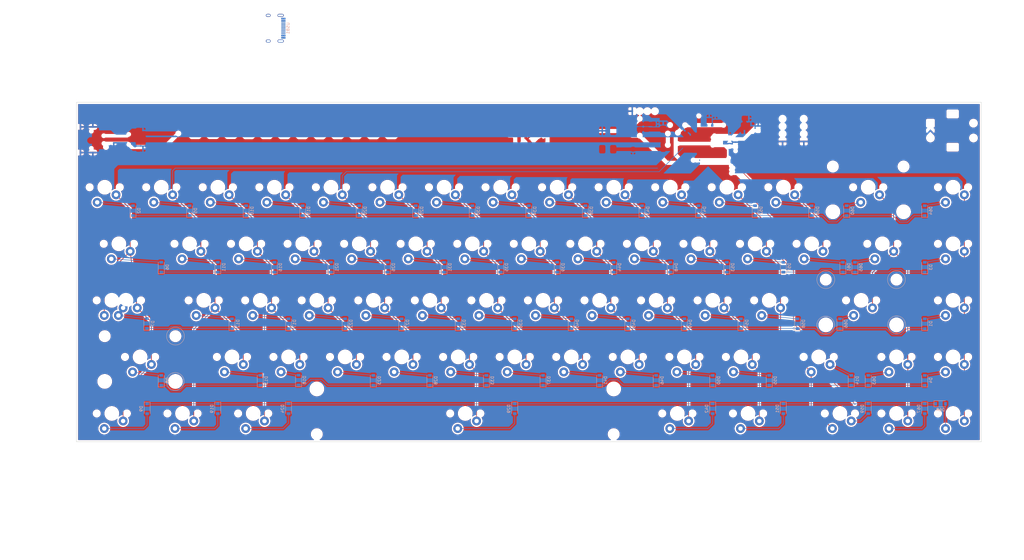
<source format=kicad_pcb>
(kicad_pcb (version 20171130) (host pcbnew "(5.1.5)-3")
  (layers (0 F.Cu signal) (31 B.Cu signal) (34 B.Paste user) (35 F.Paste user hide) (36 B.SilkS user) (37 F.SilkS user) (38 B.Mask user) (39 F.Mask user hide) (44 Edge.Cuts user))
  (net 0 "")
  (net 1 +5V)
  (net 2 GND)
  (net 3 "Net-(D1-Pad2)")
  (net 4 Row2)
  (net 5 "Net-(D2-Pad2)")
  (net 6 Row0)
  (net 7 "Net-(D3-Pad2)")
  (net 8 Row1)
  (net 9 "Net-(D4-Pad2)")
  (net 10 Row3)
  (net 11 "Net-(D5-Pad2)")
  (net 12 "Net-(D6-Pad2)")
  (net 13 "Net-(D7-Pad2)")
  (net 14 "Net-(D8-Pad2)")
  (net 15 "Net-(D9-Pad2)")
  (net 16 Row4)
  (net 17 "Net-(D10-Pad2)")
  (net 18 "Net-(D11-Pad2)")
  (net 19 "Net-(D12-Pad2)")
  (net 20 "Net-(D13-Pad2)")
  (net 21 "Net-(D15-Pad2)")
  (net 22 "Net-(D16-Pad2)")
  (net 23 "Net-(D17-Pad2)")
  (net 24 "Net-(D18-Pad2)")
  (net 25 "Net-(D19-Pad2)")
  (net 26 "Net-(D20-Pad2)")
  (net 27 "Net-(D21-Pad2)")
  (net 28 "Net-(D22-Pad2)")
  (net 29 "Net-(D23-Pad2)")
  (net 30 "Net-(D24-Pad2)")
  (net 31 "Net-(D25-Pad2)")
  (net 32 "Net-(D26-Pad2)")
  (net 33 "Net-(D27-Pad2)")
  (net 34 "Net-(D28-Pad2)")
  (net 35 "Net-(D29-Pad2)")
  (net 36 "Net-(D30-Pad2)")
  (net 37 "Net-(D31-Pad2)")
  (net 38 "Net-(D32-Pad2)")
  (net 39 "Net-(D33-Pad2)")
  (net 40 "Net-(D34-Pad2)")
  (net 41 "Net-(D35-Pad2)")
  (net 42 "Net-(D36-Pad2)")
  (net 43 "Net-(D37-Pad2)")
  (net 44 "Net-(D38-Pad2)")
  (net 45 "Net-(D39-Pad2)")
  (net 46 "Net-(D40-Pad2)")
  (net 47 "Net-(D41-Pad2)")
  (net 48 "Net-(D42-Pad2)")
  (net 49 "Net-(D43-Pad2)")
  (net 50 "Net-(D44-Pad2)")
  (net 51 "Net-(D45-Pad2)")
  (net 52 "Net-(D46-Pad2)")
  (net 53 "Net-(D47-Pad2)")
  (net 54 "Net-(D48-Pad2)")
  (net 55 "Net-(D49-Pad2)")
  (net 56 "Net-(D50-Pad2)")
  (net 57 "Net-(D51-Pad2)")
  (net 58 "Net-(D52-Pad2)")
  (net 59 "Net-(D53-Pad2)")
  (net 60 "Net-(D54-Pad2)")
  (net 61 "Net-(D55-Pad2)")
  (net 62 "Net-(D56-Pad2)")
  (net 63 "Net-(D57-Pad2)")
  (net 64 "Net-(D58-Pad2)")
  (net 65 "Net-(D59-Pad2)")
  (net 66 "Net-(D60-Pad2)")
  (net 67 "Net-(D61-Pad2)")
  (net 68 "Net-(D63-Pad2)")
  (net 69 "Net-(D64-Pad2)")
  (net 70 "Net-(D65-Pad2)")
  (net 71 "Net-(D66-Pad2)")
  (net 72 "Net-(D67-Pad2)")
  (net 73 "Net-(D68-Pad2)")
  (net 74 Col9)
  (net 75 Col10)
  (net 76 Col1)
  (net 77 Col2)
  (net 78 Col3)
  (net 79 Col4)
  (net 80 Col5)
  (net 81 Col6)
  (net 82 Col7)
  (net 83 Col8)
  (net 84 Col11)
  (net 85 Col12)
  (net 86 Col0)
  (net 87 Col13)
  (net 88 Col14)
  (net 89 "Net-(R67-Pad2)")
  (net 90 "Net-(R68-Pad2)")
  (net 91 "Net-(R73-Pad2)")
  (net 92 "Net-(R74-Pad2)")
  (net 93 "Net-(D14-Pad2)")
  (module MX_Only_v2:MXOnly-6.25U-NoLED (layer F.Cu) (at 152.15235 158.8516 180)
    (fp_text reference MX2)
    (fp_text value MX-1U-MX_Alps_Hybrids)
    (pad 2 thru_hole circle (at 2.54 -5.08 180) (size 3 3) (drill 1.47) (layers *.Cu *.Mask) (net 35 "Net-(D29-Pad2)"))
    (pad "" np_thru_hole circle (at 0 0 180) (size 3.9878 3.9878) (drill 3.9878) (layers *.Cu *.Mask))
    (pad 1 thru_hole circle (at -3.81 -2.54 180) (size 3 3) (drill 1.47) (layers *.Cu *.Mask) (net 80 Col5))
    (pad "" np_thru_hole circle (at -5.08 0 228.0996) (size 1.75 1.75) (drill 1.75) (layers *.Cu *.Mask))
    (pad "" np_thru_hole circle (at 5.08 0 228.0996) (size 1.75 1.75) (drill 1.75) (layers *.Cu *.Mask))
    (pad "" np_thru_hole circle (at -49.9999 -6.985 180) (size 3.048 3.048) (drill 3.048) (layers *.Cu *.Mask))
    (pad "" np_thru_hole circle (at 49.9999 -6.985 180) (size 3.048 3.048) (drill 3.048) (layers *.Cu *.Mask))
    (pad "" np_thru_hole circle (at -49.9999 8.255 180) (size 3.9878 3.9878) (drill 3.9878) (layers *.Cu *.Mask))
    (pad "" np_thru_hole circle (at 49.9999 8.255 180) (size 3.9878 3.9878) (drill 3.9878) (layers *.Cu *.Mask))
  )
  (module MX_Only_v2:MXOnly-1.25U-NoLED (layer F.Cu) (at 56.90235 158.8516 180)
    (fp_text reference K_Alt1)
    (fp_text value 1.25U)
    (pad 2 thru_hole circle (at 2.54 -5.08 180) (size 3 3) (drill 1.47) (layers *.Cu *.Mask) (net 25 "Net-(D19-Pad2)"))
    (pad "" np_thru_hole circle (at 0 0 180) (size 3.9878 3.9878) (drill 3.9878) (layers *.Cu *.Mask))
    (pad 1 thru_hole circle (at -3.81 -2.54 180) (size 3 3) (drill 1.47) (layers *.Cu *.Mask) (net 76 Col1))
    (pad "" np_thru_hole circle (at -5.08 0 228.0996) (size 1.75 1.75) (drill 1.75) (layers *.Cu *.Mask))
    (pad "" np_thru_hole circle (at 5.08 0 228.0996) (size 1.75 1.75) (drill 1.75) (layers *.Cu *.Mask))
  )
  (module MX_Only_v2:MXOnly-1.25U-NoLED (layer F.Cu) (at 247.40235 158.8516 180)
    (fp_text reference MX4)
    (fp_text value MX-1U-MX_Alps_Hybrids)
    (pad 2 thru_hole circle (at 2.54 -5.08 180) (size 3 3) (drill 1.47) (layers *.Cu *.Mask) (net 57 "Net-(D51-Pad2)"))
    (pad "" np_thru_hole circle (at 0 0 180) (size 3.9878 3.9878) (drill 3.9878) (layers *.Cu *.Mask))
    (pad 1 thru_hole circle (at -3.81 -2.54 180) (size 3 3) (drill 1.47) (layers *.Cu *.Mask) (net 75 Col10))
    (pad "" np_thru_hole circle (at -5.08 0 228.0996) (size 1.75 1.75) (drill 1.75) (layers *.Cu *.Mask))
    (pad "" np_thru_hole circle (at 5.08 0 228.0996) (size 1.75 1.75) (drill 1.75) (layers *.Cu *.Mask))
  )
  (module MX_Only_v2:MXOnly-1.25U-NoLED (layer F.Cu) (at 223.58985 158.8516 180)
    (fp_text reference MX3)
    (fp_text value 2.75U)
    (pad 2 thru_hole circle (at 2.54 -5.08 180) (size 3 3) (drill 1.47) (layers *.Cu *.Mask) (net 48 "Net-(D42-Pad2)"))
    (pad "" np_thru_hole circle (at 0 0 180) (size 3.9878 3.9878) (drill 3.9878) (layers *.Cu *.Mask))
    (pad 1 thru_hole circle (at -3.81 -2.54 180) (size 3 3) (drill 1.47) (layers *.Cu *.Mask) (net 74 Col9))
    (pad "" np_thru_hole circle (at -5.08 0 228.0996) (size 1.75 1.75) (drill 1.75) (layers *.Cu *.Mask))
    (pad "" np_thru_hole circle (at 5.08 0 228.0996) (size 1.75 1.75) (drill 1.75) (layers *.Cu *.Mask))
  )
  (module MX_Only_v2:MXOnly-1.25U-NoLED (layer F.Cu) (at 80.71485 158.8516 180)
    (fp_text reference MX1)
    (fp_text value 2U)
    (pad 2 thru_hole circle (at 2.54 -5.08 180) (size 3 3) (drill 1.47) (layers *.Cu *.Mask) (net 30 "Net-(D24-Pad2)"))
    (pad "" np_thru_hole circle (at 0 0 180) (size 3.9878 3.9878) (drill 3.9878) (layers *.Cu *.Mask))
    (pad 1 thru_hole circle (at -3.81 -2.54 180) (size 3 3) (drill 1.47) (layers *.Cu *.Mask) (net 77 Col2))
    (pad "" np_thru_hole circle (at -5.08 0 228.0996) (size 1.75 1.75) (drill 1.75) (layers *.Cu *.Mask))
    (pad "" np_thru_hole circle (at 5.08 0 228.0996) (size 1.75 1.75) (drill 1.75) (layers *.Cu *.Mask))
  )
  (module MX_Only_v2:MXOnly-1.25U-NoLED (layer F.Cu) (at 33.08985 158.8516 180)
    (fp_text reference K_LControl1)
    (fp_text value 1.5U)
    (pad 2 thru_hole circle (at 2.54 -5.08 180) (size 3 3) (drill 1.47) (layers *.Cu *.Mask) (net 15 "Net-(D9-Pad2)"))
    (pad "" np_thru_hole circle (at 0 0 180) (size 3.9878 3.9878) (drill 3.9878) (layers *.Cu *.Mask))
    (pad 1 thru_hole circle (at -3.81 -2.54 180) (size 3 3) (drill 1.47) (layers *.Cu *.Mask) (net 86 Col0))
    (pad "" np_thru_hole circle (at -5.08 0 228.0996) (size 1.75 1.75) (drill 1.75) (layers *.Cu *.Mask))
    (pad "" np_thru_hole circle (at 5.08 0 228.0996) (size 1.75 1.75) (drill 1.75) (layers *.Cu *.Mask))
  )
  (module MX_Only_v2:MXOnly-1U-NoLED (layer F.Cu) (at 316.4586 82.6516 180)
    (fp_text reference K_Delete1)
    (fp_text value 1U)
    (pad 2 thru_hole circle (at 2.54 -5.08 180) (size 3 3) (drill 1.47) (layers *.Cu *.Mask) (net 69 "Net-(D64-Pad2)"))
    (pad "" np_thru_hole circle (at 0 0 180) (size 3.9878 3.9878) (drill 3.9878) (layers *.Cu *.Mask))
    (pad 1 thru_hole circle (at -3.81 -2.54 180) (size 3 3) (drill 1.47) (layers *.Cu *.Mask) (net 88 Col14))
    (pad "" np_thru_hole circle (at -5.08 0 228.0996) (size 1.75 1.75) (drill 1.75) (layers *.Cu *.Mask))
    (pad "" np_thru_hole circle (at 5.08 0 228.0996) (size 1.75 1.75) (drill 1.75) (layers *.Cu *.Mask))
  )
  (module MX_Only_v2:MXOnly-2.25U-ReversedStabilizers-NoLED (layer F.Cu) (at 42.61485 139.8016 180)
    (fp_text reference K_LShift1)
    (fp_text value MX-1U-MX_Alps_Hybrids)
    (pad 2 thru_hole circle (at 2.54 -5.08 180) (size 3 3) (drill 1.47) (layers *.Cu *.Mask) (net 14 "Net-(D8-Pad2)"))
    (pad "" np_thru_hole circle (at 0 0 180) (size 3.9878 3.9878) (drill 3.9878) (layers *.Cu *.Mask))
    (pad 1 thru_hole circle (at -3.81 -2.54 180) (size 3 3) (drill 1.47) (layers *.Cu *.Mask) (net 86 Col0))
    (pad "" np_thru_hole circle (at -5.08 0 228.0996) (size 1.75 1.75) (drill 1.75) (layers *.Cu *.Mask))
    (pad "" np_thru_hole circle (at 5.08 0 228.0996) (size 1.75 1.75) (drill 1.75) (layers *.Cu *.Mask))
    (pad "" np_thru_hole circle (at -11.90625 6.985 180) (size 3.048 3.048) (drill 3.048) (layers *.Cu *.Mask))
    (pad "" np_thru_hole circle (at 11.90625 6.985 180) (size 3.048 3.048) (drill 3.048) (layers *.Cu *.Mask))
    (pad "" np_thru_hole circle (at -11.90625 -8.255 180) (size 3.9878 3.9878) (drill 3.9878) (layers *.Cu *.Mask))
    (pad "" np_thru_hole circle (at 11.90625 -8.255 180) (size 3.9878 3.9878) (drill 3.9878) (layers *.Cu *.Mask))
  )
  (module MX_Only_v2:MXOnly-2U-ReversedStabilizers-NoLED (layer F.Cu) (at 287.8836 82.6516 180)
    (fp_text reference K_BkSp2)
    (fp_text value 2U_FL)
    (pad 2 thru_hole circle (at 2.54 -5.08 180) (size 3 3) (drill 1.47) (layers *.Cu *.Mask) (net 66 "Net-(D60-Pad2)"))
    (pad "" np_thru_hole circle (at 0 0 180) (size 3.9878 3.9878) (drill 3.9878) (layers *.Cu *.Mask))
    (pad 1 thru_hole circle (at -3.81 -2.54 180) (size 3 3) (drill 1.47) (layers *.Cu *.Mask) (net 87 Col13))
    (pad "" np_thru_hole circle (at -5.08 0 228.0996) (size 1.75 1.75) (drill 1.75) (layers *.Cu *.Mask))
    (pad "" np_thru_hole circle (at 5.08 0 228.0996) (size 1.75 1.75) (drill 1.75) (layers *.Cu *.Mask))
    (pad "" np_thru_hole circle (at -11.90625 6.985 180) (size 3.048 3.048) (drill 3.048) (layers *.Cu *.Mask))
    (pad "" np_thru_hole circle (at 11.90625 6.985 180) (size 3.048 3.048) (drill 3.048) (layers *.Cu *.Mask))
    (pad "" np_thru_hole circle (at -11.90625 -8.255 180) (size 3.9878 3.9878) (drill 3.9878) (layers *.Cu *.Mask))
    (pad "" np_thru_hole circle (at 11.90625 -8.255 180) (size 3.9878 3.9878) (drill 3.9878) (layers *.Cu *.Mask))
  )
  (module Diode_SMD:D_SOD-123 (layer B.Cu) (at 312.2676 155.6004)
    (fp_text reference D68 (at 0 2) (layer B.SilkS) (effects (justify mirror)))
    (fp_text value SOD_123)
    (pad 2 smd rect (at 1.65 0) (size 0.9 1.2) (layers B.Cu B.Paste B.Mask) (net 73 "Net-(D68-Pad2)"))
    (pad 1 smd rect (at -1.65 0) (size 0.9 1.2) (layers B.Cu B.Paste B.Mask) (net 16 Row4))
  )
  (module Diode_SMD:D_SOD-123 (layer B.Cu) (at 306.9209 157.2514 270)
    (fp_text reference D67 (at 0 2 90) (layer B.SilkS) (effects (justify mirror)))
    (fp_text value SOD_123)
    (pad 2 smd rect (at 1.65 0 270) (size 0.9 1.2) (layers B.Cu B.Paste B.Mask) (net 72 "Net-(D67-Pad2)"))
    (pad 1 smd rect (at -1.65 0 270) (size 0.9 1.2) (layers B.Cu B.Paste B.Mask) (net 16 Row4))
  )
  (module Diode_SMD:D_SOD-123 (layer B.Cu) (at 278.3586 128.6256 90)
    (fp_text reference D66 (at 0 2 90) (layer B.SilkS) (effects (justify mirror)))
    (fp_text value SOD_123)
    (pad 2 smd rect (at 1.65 0 90) (size 0.9 1.2) (layers B.Cu B.Paste B.Mask) (net 71 "Net-(D66-Pad2)"))
    (pad 1 smd rect (at -1.65 0 90) (size 0.9 1.2) (layers B.Cu B.Paste B.Mask) (net 4 Row2))
  )
  (module Diode_SMD:D_SOD-123 (layer B.Cu) (at 283.4086 109.5756 90)
    (fp_text reference D65 (at 0 2 90) (layer B.SilkS) (effects (justify mirror)))
    (fp_text value SOD_123)
    (pad 2 smd rect (at 1.65 0 90) (size 0.9 1.2) (layers B.Cu B.Paste B.Mask) (net 70 "Net-(D65-Pad2)"))
    (pad 1 smd rect (at -1.65 0 90) (size 0.9 1.2) (layers B.Cu B.Paste B.Mask) (net 8 Row1))
  )
  (module Diode_SMD:D_SOD-123 (layer B.Cu) (at 306.9336 90.5256 90)
    (fp_text reference D64 (at 0 2 90) (layer B.SilkS) (effects (justify mirror)))
    (fp_text value SOD_123)
    (pad 2 smd rect (at 1.65 0 90) (size 0.9 1.2) (layers B.Cu B.Paste B.Mask) (net 69 "Net-(D64-Pad2)"))
    (pad 1 smd rect (at -1.65 0 90) (size 0.9 1.2) (layers B.Cu B.Paste B.Mask) (net 6 Row0))
  )
  (module Diode_SMD:D_SOD-123 (layer B.Cu) (at 287.8836 147.6756 90)
    (fp_text reference D63 (at 0 2 90) (layer B.SilkS) (effects (justify mirror)))
    (fp_text value SOD_123)
    (pad 2 smd rect (at 1.65 0 90) (size 0.9 1.2) (layers B.Cu B.Paste B.Mask) (net 68 "Net-(D63-Pad2)"))
    (pad 1 smd rect (at -1.65 0 90) (size 0.9 1.2) (layers B.Cu B.Paste B.Mask) (net 10 Row3))
  )
  (module Diode_SMD:D_SOD-123 (layer B.Cu) (at 279.3586 109.5756 90)
    (fp_text reference D61 (at 0 2 90) (layer B.SilkS) (effects (justify mirror)))
    (fp_text value SOD_123)
    (pad 2 smd rect (at 1.65 0 90) (size 0.9 1.2) (layers B.Cu B.Paste B.Mask) (net 67 "Net-(D61-Pad2)"))
    (pad 1 smd rect (at -1.65 0 90) (size 0.9 1.2) (layers B.Cu B.Paste B.Mask) (net 8 Row1))
  )
  (module Diode_SMD:D_SOD-123 (layer B.Cu) (at 280.6086 90.5256 90)
    (fp_text reference D60 (at 0 2 90) (layer B.SilkS) (effects (justify mirror)))
    (fp_text value SOD_123)
    (pad 2 smd rect (at 1.65 0 90) (size 0.9 1.2) (layers B.Cu B.Paste B.Mask) (net 66 "Net-(D60-Pad2)"))
    (pad 1 smd rect (at -1.65 0 90) (size 0.9 1.2) (layers B.Cu B.Paste B.Mask) (net 6 Row0))
  )
  (module Diode_SMD:D_SOD-123 (layer B.Cu) (at 287.8709 157.2514 270)
    (fp_text reference D59 (at 0 2 90) (layer B.SilkS) (effects (justify mirror)))
    (fp_text value SOD_123)
    (pad 2 smd rect (at 1.65 0 270) (size 0.9 1.2) (layers B.Cu B.Paste B.Mask) (net 65 "Net-(D59-Pad2)"))
    (pad 1 smd rect (at -1.65 0 270) (size 0.9 1.2) (layers B.Cu B.Paste B.Mask) (net 16 Row4))
  )
  (module Diode_SMD:D_SOD-123 (layer B.Cu) (at 264.0711 128.6256 90)
    (fp_text reference D58 (at 0 2 90) (layer B.SilkS) (effects (justify mirror)))
    (fp_text value SOD_123)
    (pad 2 smd rect (at 1.65 0 90) (size 0.9 1.2) (layers B.Cu B.Paste B.Mask) (net 64 "Net-(D58-Pad2)"))
    (pad 1 smd rect (at -1.65 0 90) (size 0.9 1.2) (layers B.Cu B.Paste B.Mask) (net 4 Row2))
  )
  (module Diode_SMD:D_SOD-123 (layer B.Cu) (at 259.3086 109.5756 90)
    (fp_text reference D57 (at 0 2 90) (layer B.SilkS) (effects (justify mirror)))
    (fp_text value SOD_123)
    (pad 2 smd rect (at 1.65 0 90) (size 0.9 1.2) (layers B.Cu B.Paste B.Mask) (net 63 "Net-(D57-Pad2)"))
    (pad 1 smd rect (at -1.65 0 90) (size 0.9 1.2) (layers B.Cu B.Paste B.Mask) (net 8 Row1))
  )
  (module Diode_SMD:D_SOD-123 (layer B.Cu) (at 268.8336 90.5256 90)
    (fp_text reference D56 (at 0 2 90) (layer B.SilkS) (effects (justify mirror)))
    (fp_text value SOD_123)
    (pad 2 smd rect (at 1.65 0 90) (size 0.9 1.2) (layers B.Cu B.Paste B.Mask) (net 62 "Net-(D56-Pad2)"))
    (pad 1 smd rect (at -1.65 0 90) (size 0.9 1.2) (layers B.Cu B.Paste B.Mask) (net 6 Row0))
  )
  (module Diode_SMD:D_SOD-123 (layer B.Cu) (at 254.5461 147.6756 90)
    (fp_text reference D55 (at 0 2 90) (layer B.SilkS) (effects (justify mirror)))
    (fp_text value SOD_123)
    (pad 2 smd rect (at 1.65 0 90) (size 0.9 1.2) (layers B.Cu B.Paste B.Mask) (net 61 "Net-(D55-Pad2)"))
    (pad 1 smd rect (at -1.65 0 90) (size 0.9 1.2) (layers B.Cu B.Paste B.Mask) (net 10 Row3))
  )
  (module Diode_SMD:D_SOD-123 (layer B.Cu) (at 245.0211 128.6256 90)
    (fp_text reference D54 (at 0 2 90) (layer B.SilkS) (effects (justify mirror)))
    (fp_text value SOD_123)
    (pad 2 smd rect (at 1.65 0 90) (size 0.9 1.2) (layers B.Cu B.Paste B.Mask) (net 60 "Net-(D54-Pad2)"))
    (pad 1 smd rect (at -1.65 0 90) (size 0.9 1.2) (layers B.Cu B.Paste B.Mask) (net 4 Row2))
  )
  (module Diode_SMD:D_SOD-123 (layer B.Cu) (at 240.2586 109.5756 90)
    (fp_text reference D53 (at 0 2 90) (layer B.SilkS) (effects (justify mirror)))
    (fp_text value SOD_123)
    (pad 2 smd rect (at 1.65 0 90) (size 0.9 1.2) (layers B.Cu B.Paste B.Mask) (net 59 "Net-(D53-Pad2)"))
    (pad 1 smd rect (at -1.65 0 90) (size 0.9 1.2) (layers B.Cu B.Paste B.Mask) (net 8 Row1))
  )
  (module Diode_SMD:D_SOD-123 (layer B.Cu) (at 249.7836 90.5256 90)
    (fp_text reference D52 (at 0 2 90) (layer B.SilkS) (effects (justify mirror)))
    (fp_text value SOD_123)
    (pad 2 smd rect (at 1.65 0 90) (size 0.9 1.2) (layers B.Cu B.Paste B.Mask) (net 58 "Net-(D52-Pad2)"))
    (pad 1 smd rect (at -1.65 0 90) (size 0.9 1.2) (layers B.Cu B.Paste B.Mask) (net 6 Row0))
  )
  (module Diode_SMD:D_SOD-123 (layer B.Cu) (at 259.2959 157.2514 270)
    (fp_text reference D51 (at 0 2 90) (layer B.SilkS) (effects (justify mirror)))
    (fp_text value SOD_123)
    (pad 2 smd rect (at 1.65 0 270) (size 0.9 1.2) (layers B.Cu B.Paste B.Mask) (net 57 "Net-(D51-Pad2)"))
    (pad 1 smd rect (at -1.65 0 270) (size 0.9 1.2) (layers B.Cu B.Paste B.Mask) (net 16 Row4))
  )
  (module Diode_SMD:D_SOD-123 (layer B.Cu) (at 235.4961 147.6756 90)
    (fp_text reference D50 (at 0 2 90) (layer B.SilkS) (effects (justify mirror)))
    (fp_text value SOD_123)
    (pad 2 smd rect (at 1.65 0 90) (size 0.9 1.2) (layers B.Cu B.Paste B.Mask) (net 56 "Net-(D50-Pad2)"))
    (pad 1 smd rect (at -1.65 0 90) (size 0.9 1.2) (layers B.Cu B.Paste B.Mask) (net 10 Row3))
  )
  (module Diode_SMD:D_SOD-123 (layer B.Cu) (at 225.9711 128.6256 90)
    (fp_text reference D49 (at 0 2 270) (layer B.SilkS) (effects (justify mirror)))
    (fp_text value SOD_123)
    (pad 1 smd rect (at -1.65 0 90) (size 0.9 1.2) (layers B.Cu B.Paste B.Mask) (net 4 Row2))
    (pad 2 smd rect (at 1.65 0 90) (size 0.9 1.2) (layers B.Cu B.Paste B.Mask) (net 55 "Net-(D49-Pad2)"))
  )
  (module Diode_SMD:D_SOD-123 (layer B.Cu) (at 221.2086 109.5756 90)
    (fp_text reference D48 (at 0 2 90) (layer B.SilkS) (effects (justify mirror)))
    (fp_text value SOD_123)
    (pad 2 smd rect (at 1.65 0 90) (size 0.9 1.2) (layers B.Cu B.Paste B.Mask) (net 54 "Net-(D48-Pad2)"))
    (pad 1 smd rect (at -1.65 0 90) (size 0.9 1.2) (layers B.Cu B.Paste B.Mask) (net 8 Row1))
  )
  (module Diode_SMD:D_SOD-123 (layer B.Cu) (at 230.7336 90.5256 90)
    (fp_text reference D47 (at 0 2 90) (layer B.SilkS) (effects (justify mirror)))
    (fp_text value SOD_123)
    (pad 2 smd rect (at 1.65 0 90) (size 0.9 1.2) (layers B.Cu B.Paste B.Mask) (net 53 "Net-(D47-Pad2)"))
    (pad 1 smd rect (at -1.65 0 90) (size 0.9 1.2) (layers B.Cu B.Paste B.Mask) (net 6 Row0))
  )
  (module Diode_SMD:D_SOD-123 (layer B.Cu) (at 216.4461 147.6756 90)
    (fp_text reference D46 (at 0 2 90) (layer B.SilkS) (effects (justify mirror)))
    (fp_text value SOD_123)
    (pad 2 smd rect (at 1.65 0 90) (size 0.9 1.2) (layers B.Cu B.Paste B.Mask) (net 52 "Net-(D46-Pad2)"))
    (pad 1 smd rect (at -1.65 0 90) (size 0.9 1.2) (layers B.Cu B.Paste B.Mask) (net 10 Row3))
  )
  (module Diode_SMD:D_SOD-123 (layer B.Cu) (at 206.9211 128.6256 90)
    (fp_text reference D45 (at 0 2 90) (layer B.SilkS) (effects (justify mirror)))
    (fp_text value SOD_123)
    (pad 2 smd rect (at 1.65 0 90) (size 0.9 1.2) (layers B.Cu B.Paste B.Mask) (net 51 "Net-(D45-Pad2)"))
    (pad 1 smd rect (at -1.65 0 90) (size 0.9 1.2) (layers B.Cu B.Paste B.Mask) (net 4 Row2))
  )
  (module Diode_SMD:D_SOD-123 (layer B.Cu) (at 202.1586 109.5756 90)
    (fp_text reference D44 (at 0 2 90) (layer B.SilkS) (effects (justify mirror)))
    (fp_text value SOD_123)
    (pad 2 smd rect (at 1.65 0 90) (size 0.9 1.2) (layers B.Cu B.Paste B.Mask) (net 50 "Net-(D44-Pad2)"))
    (pad 1 smd rect (at -1.65 0 90) (size 0.9 1.2) (layers B.Cu B.Paste B.Mask) (net 8 Row1))
  )
  (module Diode_SMD:D_SOD-123 (layer B.Cu) (at 211.6836 90.5256 90)
    (fp_text reference D43 (at 0 2 90) (layer B.SilkS) (effects (justify mirror)))
    (fp_text value SOD_123)
    (pad 2 smd rect (at 1.65 0 90) (size 0.9 1.2) (layers B.Cu B.Paste B.Mask) (net 49 "Net-(D43-Pad2)"))
    (pad 1 smd rect (at -1.65 0 90) (size 0.9 1.2) (layers B.Cu B.Paste B.Mask) (net 6 Row0))
  )
  (module Diode_SMD:D_SOD-123 (layer B.Cu) (at 235.4834 157.2514 270)
    (fp_text reference D42 (at 0 2 90) (layer B.SilkS) (effects (justify mirror)))
    (fp_text value SOD_123)
    (pad 2 smd rect (at 1.65 0 270) (size 0.9 1.2) (layers B.Cu B.Paste B.Mask) (net 48 "Net-(D42-Pad2)"))
    (pad 1 smd rect (at -1.65 0 270) (size 0.9 1.2) (layers B.Cu B.Paste B.Mask) (net 16 Row4))
  )
  (module Diode_SMD:D_SOD-123 (layer B.Cu) (at 197.3961 147.6756 90)
    (fp_text reference D41 (at 0 2 90) (layer B.SilkS) (effects (justify mirror)))
    (fp_text value SOD_123)
    (pad 2 smd rect (at 1.65 0 90) (size 0.9 1.2) (layers B.Cu B.Paste B.Mask) (net 47 "Net-(D41-Pad2)"))
    (pad 1 smd rect (at -1.65 0 90) (size 0.9 1.2) (layers B.Cu B.Paste B.Mask) (net 10 Row3))
  )
  (module Diode_SMD:D_SOD-123 (layer B.Cu) (at 187.8711 128.6256 90)
    (fp_text reference D40 (at 0 2 90) (layer B.SilkS) (effects (justify mirror)))
    (fp_text value SOD_123)
    (pad 2 smd rect (at 1.65 0 90) (size 0.9 1.2) (layers B.Cu B.Paste B.Mask) (net 46 "Net-(D40-Pad2)"))
    (pad 1 smd rect (at -1.65 0 90) (size 0.9 1.2) (layers B.Cu B.Paste B.Mask) (net 4 Row2))
  )
  (module Diode_SMD:D_SOD-123 (layer B.Cu) (at 183.1086 109.5756 90)
    (fp_text reference D39 (at 0 2 90) (layer B.SilkS) (effects (justify mirror)))
    (fp_text value SOD_123)
    (pad 2 smd rect (at 1.65 0 90) (size 0.9 1.2) (layers B.Cu B.Paste B.Mask) (net 45 "Net-(D39-Pad2)"))
    (pad 1 smd rect (at -1.65 0 90) (size 0.9 1.2) (layers B.Cu B.Paste B.Mask) (net 8 Row1))
  )
  (module Diode_SMD:D_SOD-123 (layer B.Cu) (at 192.6336 90.5256 90)
    (fp_text reference D38 (at 0 2 90) (layer B.SilkS) (effects (justify mirror)))
    (fp_text value SOD_123)
    (pad 2 smd rect (at 1.65 0 90) (size 0.9 1.2) (layers B.Cu B.Paste B.Mask) (net 44 "Net-(D38-Pad2)"))
    (pad 1 smd rect (at -1.65 0 90) (size 0.9 1.2) (layers B.Cu B.Paste B.Mask) (net 6 Row0))
  )
  (module Diode_SMD:D_SOD-123 (layer B.Cu) (at 178.3461 147.6756 90)
    (fp_text reference D37 (at 0 2 90) (layer B.SilkS) (effects (justify mirror)))
    (fp_text value SOD_123)
    (pad 2 smd rect (at 1.65 0 90) (size 0.9 1.2) (layers B.Cu B.Paste B.Mask) (net 43 "Net-(D37-Pad2)"))
    (pad 1 smd rect (at -1.65 0 90) (size 0.9 1.2) (layers B.Cu B.Paste B.Mask) (net 10 Row3))
  )
  (module Diode_SMD:D_SOD-123 (layer B.Cu) (at 168.8211 128.6256 90)
    (fp_text reference D36 (at 0 2 90) (layer B.SilkS) (effects (justify mirror)))
    (fp_text value SOD_123)
    (pad 2 smd rect (at 1.65 0 90) (size 0.9 1.2) (layers B.Cu B.Paste B.Mask) (net 42 "Net-(D36-Pad2)"))
    (pad 1 smd rect (at -1.65 0 90) (size 0.9 1.2) (layers B.Cu B.Paste B.Mask) (net 4 Row2))
  )
  (module Diode_SMD:D_SOD-123 (layer B.Cu) (at 164.0586 109.5756 90)
    (fp_text reference D35 (at 0 2 90) (layer B.SilkS) (effects (justify mirror)))
    (fp_text value SOD_123)
    (pad 2 smd rect (at 1.65 0 90) (size 0.9 1.2) (layers B.Cu B.Paste B.Mask) (net 41 "Net-(D35-Pad2)"))
    (pad 1 smd rect (at -1.65 0 90) (size 0.9 1.2) (layers B.Cu B.Paste B.Mask) (net 8 Row1))
  )
  (module Diode_SMD:D_SOD-123 (layer B.Cu) (at 173.5836 90.5256 90)
    (fp_text reference D34 (at 0 2 90) (layer B.SilkS) (effects (justify mirror)))
    (fp_text value SOD_123)
    (pad 2 smd rect (at 1.65 0 90) (size 0.9 1.2) (layers B.Cu B.Paste B.Mask) (net 40 "Net-(D34-Pad2)"))
    (pad 1 smd rect (at -1.65 0 90) (size 0.9 1.2) (layers B.Cu B.Paste B.Mask) (net 6 Row0))
  )
  (module Diode_SMD:D_SOD-123 (layer B.Cu) (at 159.2961 147.6756 90)
    (fp_text reference D33 (at 0 2 90) (layer B.SilkS) (effects (justify mirror)))
    (fp_text value SOD_123)
    (pad 2 smd rect (at 1.65 0 90) (size 0.9 1.2) (layers B.Cu B.Paste B.Mask) (net 39 "Net-(D33-Pad2)"))
    (pad 1 smd rect (at -1.65 0 90) (size 0.9 1.2) (layers B.Cu B.Paste B.Mask) (net 10 Row3))
  )
  (module Diode_SMD:D_SOD-123 (layer B.Cu) (at 149.7711 128.6256 90)
    (fp_text reference D32 (at 0 2 90) (layer B.SilkS) (effects (justify mirror)))
    (fp_text value SOD_123)
    (pad 2 smd rect (at 1.65 0 90) (size 0.9 1.2) (layers B.Cu B.Paste B.Mask) (net 38 "Net-(D32-Pad2)"))
    (pad 1 smd rect (at -1.65 0 90) (size 0.9 1.2) (layers B.Cu B.Paste B.Mask) (net 4 Row2))
  )
  (module Diode_SMD:D_SOD-123 (layer B.Cu) (at 145.0086 109.5756 90)
    (fp_text reference D31 (at 0 2 90) (layer B.SilkS) (effects (justify mirror)))
    (fp_text value SOD_123)
    (pad 2 smd rect (at 1.65 0 90) (size 0.9 1.2) (layers B.Cu B.Paste B.Mask) (net 37 "Net-(D31-Pad2)"))
    (pad 1 smd rect (at -1.65 0 90) (size 0.9 1.2) (layers B.Cu B.Paste B.Mask) (net 8 Row1))
  )
  (module Diode_SMD:D_SOD-123 (layer B.Cu) (at 154.5336 90.5256 90)
    (fp_text reference D30 (at 0 2 90) (layer B.SilkS) (effects (justify mirror)))
    (fp_text value SOD_123)
    (pad 2 smd rect (at 1.65 0 90) (size 0.9 1.2) (layers B.Cu B.Paste B.Mask) (net 36 "Net-(D30-Pad2)"))
    (pad 1 smd rect (at -1.65 0 90) (size 0.9 1.2) (layers B.Cu B.Paste B.Mask) (net 6 Row0))
  )
  (module Diode_SMD:D_SOD-123 (layer B.Cu) (at 168.8084 157.2514 270)
    (fp_text reference D29 (at 0 2 90) (layer B.SilkS) (effects (justify mirror)))
    (fp_text value SOD_123)
    (pad 2 smd rect (at 1.65 0 270) (size 0.9 1.2) (layers B.Cu B.Paste B.Mask) (net 35 "Net-(D29-Pad2)"))
    (pad 1 smd rect (at -1.65 0 270) (size 0.9 1.2) (layers B.Cu B.Paste B.Mask) (net 16 Row4))
  )
  (module Diode_SMD:D_SOD-123 (layer B.Cu) (at 140.2461 147.6756 90)
    (fp_text reference D28 (at 0 2 90) (layer B.SilkS) (effects (justify mirror)))
    (fp_text value SOD_123)
    (pad 2 smd rect (at 1.65 0 90) (size 0.9 1.2) (layers B.Cu B.Paste B.Mask) (net 34 "Net-(D28-Pad2)"))
    (pad 1 smd rect (at -1.65 0 90) (size 0.9 1.2) (layers B.Cu B.Paste B.Mask) (net 10 Row3))
  )
  (module Diode_SMD:D_SOD-123 (layer B.Cu) (at 130.7211 128.6256 90)
    (fp_text reference D27 (at 0 2 90) (layer B.SilkS) (effects (justify mirror)))
    (fp_text value SOD_123)
    (pad 2 smd rect (at 1.65 0 90) (size 0.9 1.2) (layers B.Cu B.Paste B.Mask) (net 33 "Net-(D27-Pad2)"))
    (pad 1 smd rect (at -1.65 0 90) (size 0.9 1.2) (layers B.Cu B.Paste B.Mask) (net 4 Row2))
  )
  (module Diode_SMD:D_SOD-123 (layer B.Cu) (at 125.9586 109.5756 90)
    (fp_text reference D26 (at 0 2 90) (layer B.SilkS) (effects (justify mirror)))
    (fp_text value SOD_123)
    (pad 2 smd rect (at 1.65 0 90) (size 0.9 1.2) (layers B.Cu B.Paste B.Mask) (net 32 "Net-(D26-Pad2)"))
    (pad 1 smd rect (at -1.65 0 90) (size 0.9 1.2) (layers B.Cu B.Paste B.Mask) (net 8 Row1))
  )
  (module Diode_SMD:D_SOD-123 (layer B.Cu) (at 135.4836 90.5256 90)
    (fp_text reference D25 (at 0 2 90) (layer B.SilkS) (effects (justify mirror)))
    (fp_text value SOD_123)
    (pad 2 smd rect (at 1.65 0 90) (size 0.9 1.2) (layers B.Cu B.Paste B.Mask) (net 31 "Net-(D25-Pad2)"))
    (pad 1 smd rect (at -1.65 0 90) (size 0.9 1.2) (layers B.Cu B.Paste B.Mask) (net 6 Row0))
  )
  (module Diode_SMD:D_SOD-123 (layer B.Cu) (at 92.6084 157.2514 270)
    (fp_text reference D24 (at 0 2 90) (layer B.SilkS) (effects (justify mirror)))
    (fp_text value SOD_123)
    (pad 2 smd rect (at 1.65 0 270) (size 0.9 1.2) (layers B.Cu B.Paste B.Mask) (net 30 "Net-(D24-Pad2)"))
    (pad 1 smd rect (at -1.65 0 270) (size 0.9 1.2) (layers B.Cu B.Paste B.Mask) (net 16 Row4))
  )
  (module Diode_SMD:D_SOD-123 (layer B.Cu) (at 121.1961 147.6756 90)
    (fp_text reference D23 (at 0 2 90) (layer B.SilkS) (effects (justify mirror)))
    (fp_text value SOD_123)
    (pad 2 smd rect (at 1.65 0 90) (size 0.9 1.2) (layers B.Cu B.Paste B.Mask) (net 29 "Net-(D23-Pad2)"))
    (pad 1 smd rect (at -1.65 0 90) (size 0.9 1.2) (layers B.Cu B.Paste B.Mask) (net 10 Row3))
  )
  (module Diode_SMD:D_SOD-123 (layer B.Cu) (at 111.6711 128.6256 90)
    (fp_text reference D22 (at 0 2 90) (layer B.SilkS) (effects (justify mirror)))
    (fp_text value SOD_123)
    (pad 2 smd rect (at 1.65 0 90) (size 0.9 1.2) (layers B.Cu B.Paste B.Mask) (net 28 "Net-(D22-Pad2)"))
    (pad 1 smd rect (at -1.65 0 90) (size 0.9 1.2) (layers B.Cu B.Paste B.Mask) (net 4 Row2))
  )
  (module Diode_SMD:D_SOD-123 (layer B.Cu) (at 106.9086 109.5756 90)
    (fp_text reference D21 (at 0 2 90) (layer B.SilkS) (effects (justify mirror)))
    (fp_text value SOD_123)
    (pad 2 smd rect (at 1.65 0 90) (size 0.9 1.2) (layers B.Cu B.Paste B.Mask) (net 27 "Net-(D21-Pad2)"))
    (pad 1 smd rect (at -1.65 0 90) (size 0.9 1.2) (layers B.Cu B.Paste B.Mask) (net 8 Row1))
  )
  (module Diode_SMD:D_SOD-123 (layer B.Cu) (at 116.4336 90.5256 90)
    (fp_text reference D20 (at 0 2 90) (layer B.SilkS) (effects (justify mirror)))
    (fp_text value SOD_123)
    (pad 2 smd rect (at 1.65 0 90) (size 0.9 1.2) (layers B.Cu B.Paste B.Mask) (net 26 "Net-(D20-Pad2)"))
    (pad 1 smd rect (at -1.65 0 90) (size 0.9 1.2) (layers B.Cu B.Paste B.Mask) (net 6 Row0))
  )
  (module Diode_SMD:D_SOD-123 (layer B.Cu) (at 68.7959 157.2514 270)
    (fp_text reference D19 (at 0 2 90) (layer B.SilkS) (effects (justify mirror)))
    (fp_text value SOD_123)
    (pad 2 smd rect (at 1.65 0 270) (size 0.9 1.2) (layers B.Cu B.Paste B.Mask) (net 25 "Net-(D19-Pad2)"))
    (pad 1 smd rect (at -1.65 0 270) (size 0.9 1.2) (layers B.Cu B.Paste B.Mask) (net 16 Row4))
  )
  (module Diode_SMD:D_SOD-123 (layer B.Cu) (at 95.9866 147.5994 90)
    (fp_text reference D18 (at 0 2 90) (layer B.SilkS) (effects (justify mirror)))
    (fp_text value SOD_123)
    (pad 2 smd rect (at 1.65 0 90) (size 0.9 1.2) (layers B.Cu B.Paste B.Mask) (net 24 "Net-(D18-Pad2)"))
    (pad 1 smd rect (at -1.65 0 90) (size 0.9 1.2) (layers B.Cu B.Paste B.Mask) (net 10 Row3))
  )
  (module Diode_SMD:D_SOD-123 (layer B.Cu) (at 92.6211 128.6256 90)
    (fp_text reference D17 (at 0 2 270) (layer B.SilkS) (effects (justify mirror)))
    (fp_text value SOD_123)
    (pad 2 smd rect (at 1.65 0 90) (size 0.9 1.2) (layers B.Cu B.Paste B.Mask) (net 23 "Net-(D17-Pad2)"))
    (pad 1 smd rect (at -1.65 0 90) (size 0.9 1.2) (layers B.Cu B.Paste B.Mask) (net 4 Row2))
  )
  (module Diode_SMD:D_SOD-123 (layer B.Cu) (at 87.8586 109.5756 90)
    (fp_text reference D16 (at 0 2 90) (layer B.SilkS) (effects (justify mirror)))
    (fp_text value SOD_123)
    (pad 2 smd rect (at 1.65 0 90) (size 0.9 1.2) (layers B.Cu B.Paste B.Mask) (net 22 "Net-(D16-Pad2)"))
    (pad 1 smd rect (at -1.65 0 90) (size 0.9 1.2) (layers B.Cu B.Paste B.Mask) (net 8 Row1))
  )
  (module Diode_SMD:D_SOD-123 (layer B.Cu) (at 97.3836 90.5256 90)
    (fp_text reference D15 (at 0 2 90) (layer B.SilkS) (effects (justify mirror)))
    (fp_text value SOD_123)
    (pad 2 smd rect (at 1.65 0 90) (size 0.9 1.2) (layers B.Cu B.Paste B.Mask) (net 21 "Net-(D15-Pad2)"))
    (pad 1 smd rect (at -1.65 0 90) (size 0.9 1.2) (layers B.Cu B.Paste B.Mask) (net 6 Row0))
  )
  (module Diode_SMD:D_SOD-123 (layer B.Cu) (at 282.1686 147.6756 90)
    (fp_text reference D14 (at 0 2 270) (layer B.SilkS) (effects (justify mirror)))
    (fp_text value SOD_123)
    (pad 2 smd rect (at 1.65 0 90) (size 0.9 1.2) (layers B.Cu B.Paste B.Mask) (net 93 "Net-(D14-Pad2)"))
    (pad 1 smd rect (at -1.65 0 90) (size 0.9 1.2) (layers B.Cu B.Paste B.Mask) (net 10 Row3))
  )
  (module Diode_SMD:D_SOD-123 (layer B.Cu) (at 83.0961 147.6756 90)
    (fp_text reference D13 (at 0 2 90) (layer B.SilkS) (effects (justify mirror)))
    (fp_text value SOD_123)
    (pad 2 smd rect (at 1.65 0 90) (size 0.9 1.2) (layers B.Cu B.Paste B.Mask) (net 20 "Net-(D13-Pad2)"))
    (pad 1 smd rect (at -1.65 0 90) (size 0.9 1.2) (layers B.Cu B.Paste B.Mask) (net 10 Row3))
  )
  (module Diode_SMD:D_SOD-123 (layer B.Cu) (at 73.5711 128.6256 90)
    (fp_text reference D12 (at 0 2 90) (layer B.SilkS) (effects (justify mirror)))
    (fp_text value SOD_123)
    (pad 2 smd rect (at 1.65 0 90) (size 0.9 1.2) (layers B.Cu B.Paste B.Mask) (net 19 "Net-(D12-Pad2)"))
    (pad 1 smd rect (at -1.65 0 90) (size 0.9 1.2) (layers B.Cu B.Paste B.Mask) (net 4 Row2))
  )
  (module Diode_SMD:D_SOD-123 (layer B.Cu) (at 68.8086 109.5756 90)
    (fp_text reference D11 (at 0 2 90) (layer B.SilkS) (effects (justify mirror)))
    (fp_text value SOD_123)
    (pad 2 smd rect (at 1.65 0 90) (size 0.9 1.2) (layers B.Cu B.Paste B.Mask) (net 18 "Net-(D11-Pad2)"))
    (pad 1 smd rect (at -1.65 0 90) (size 0.9 1.2) (layers B.Cu B.Paste B.Mask) (net 8 Row1))
  )
  (module Diode_SMD:D_SOD-123 (layer B.Cu) (at 78.3336 90.5256 90)
    (fp_text reference D10 (at 0 2 90) (layer B.SilkS) (effects (justify mirror)))
    (fp_text value SOD_123)
    (pad 2 smd rect (at 1.65 0 90) (size 0.9 1.2) (layers B.Cu B.Paste B.Mask) (net 17 "Net-(D10-Pad2)"))
    (pad 1 smd rect (at -1.65 0 90) (size 0.9 1.2) (layers B.Cu B.Paste B.Mask) (net 6 Row0))
  )
  (module Diode_SMD:D_SOD-123 (layer B.Cu) (at 44.9834 157.2514 270)
    (fp_text reference D9 (at 0 2 90) (layer B.SilkS) (effects (justify mirror)))
    (fp_text value SOD_123)
    (pad 2 smd rect (at 1.65 0 270) (size 0.9 1.2) (layers B.Cu B.Paste B.Mask) (net 15 "Net-(D9-Pad2)"))
    (pad 1 smd rect (at -1.65 0 270) (size 0.9 1.2) (layers B.Cu B.Paste B.Mask) (net 16 Row4))
  )
  (module Diode_SMD:D_SOD-123 (layer B.Cu) (at 49.7586 147.6756 90)
    (fp_text reference D8 (at 0 2 90) (layer B.SilkS) (effects (justify mirror)))
    (fp_text value SOD_123)
    (pad 2 smd rect (at 1.65 0 90) (size 0.9 1.2) (layers B.Cu B.Paste B.Mask) (net 14 "Net-(D8-Pad2)"))
    (pad 1 smd rect (at -1.65 0 90) (size 0.9 1.2) (layers B.Cu B.Paste B.Mask) (net 10 Row3))
  )
  (module Diode_SMD:D_SOD-123 (layer B.Cu) (at 44.90212 128.52908 90)
    (fp_text reference D7 (at 0 2 90) (layer B.SilkS) (effects (justify mirror)))
    (fp_text value SOD_123)
    (pad 2 smd rect (at 1.65 0 90) (size 0.9 1.2) (layers B.Cu B.Paste B.Mask) (net 13 "Net-(D7-Pad2)"))
    (pad 1 smd rect (at -1.65 0 90) (size 0.9 1.2) (layers B.Cu B.Paste B.Mask) (net 4 Row2))
  )
  (module Diode_SMD:D_SOD-123 (layer B.Cu) (at 49.7586 109.5756 90)
    (fp_text reference D6 (at 0 2 90) (layer B.SilkS) (effects (justify mirror)))
    (fp_text value SOD_123)
    (pad 2 smd rect (at 1.65 0 90) (size 0.9 1.2) (layers B.Cu B.Paste B.Mask) (net 12 "Net-(D6-Pad2)"))
    (pad 1 smd rect (at -1.65 0 90) (size 0.9 1.2) (layers B.Cu B.Paste B.Mask) (net 8 Row1))
  )
  (module Diode_SMD:D_SOD-123 (layer B.Cu) (at 59.2836 90.5256 90)
    (fp_text reference D5 (at 0 2 90) (layer B.SilkS) (effects (justify mirror)))
    (fp_text value SOD_123)
    (pad 2 smd rect (at 1.65 0 90) (size 0.9 1.2) (layers B.Cu B.Paste B.Mask) (net 11 "Net-(D5-Pad2)"))
    (pad 1 smd rect (at -1.65 0 90) (size 0.9 1.2) (layers B.Cu B.Paste B.Mask) (net 6 Row0))
  )
  (module Diode_SMD:D_SOD-123 (layer B.Cu) (at 306.9336 147.6756 90)
    (fp_text reference D4 (at 0 2 90) (layer B.SilkS) (effects (justify mirror)))
    (fp_text value SOD_123)
    (pad 2 smd rect (at 1.65 0 90) (size 0.9 1.2) (layers B.Cu B.Paste B.Mask) (net 9 "Net-(D4-Pad2)"))
    (pad 1 smd rect (at -1.65 0 90) (size 0.9 1.2) (layers B.Cu B.Paste B.Mask) (net 10 Row3))
  )
  (module Diode_SMD:D_SOD-123 (layer B.Cu) (at 306.9336 109.5756 90)
    (fp_text reference D3 (at 0 2 90) (layer B.SilkS) (effects (justify mirror)))
    (fp_text value SOD_123)
    (pad 2 smd rect (at 1.65 0 90) (size 0.9 1.2) (layers B.Cu B.Paste B.Mask) (net 7 "Net-(D3-Pad2)"))
    (pad 1 smd rect (at -1.65 0 90) (size 0.9 1.2) (layers B.Cu B.Paste B.Mask) (net 8 Row1))
  )
  (module Diode_SMD:D_SOD-123 (layer B.Cu) (at 40.2336 90.5256 90)
    (fp_text reference D2 (at 0 2 90) (layer B.SilkS) (effects (justify mirror)))
    (fp_text value SOD_123)
    (pad 2 smd rect (at 1.65 0 90) (size 0.9 1.2) (layers B.Cu B.Paste B.Mask) (net 5 "Net-(D2-Pad2)"))
    (pad 1 smd rect (at -1.65 0 90) (size 0.9 1.2) (layers B.Cu B.Paste B.Mask) (net 6 Row0))
  )
  (module Diode_SMD:D_SOD-123 (layer B.Cu) (at 306.9336 128.6256 90)
    (fp_text reference D1 (at 0 2 90) (layer B.SilkS) (effects (justify mirror)))
    (fp_text value SOD_123)
    (pad 2 smd rect (at 1.65 0 90) (size 0.9 1.2) (layers B.Cu B.Paste B.Mask) (net 3 "Net-(D1-Pad2)"))
    (pad 1 smd rect (at -1.65 0 90) (size 0.9 1.2) (layers B.Cu B.Paste B.Mask) (net 4 Row2))
  )
  (module MX_Only_v2:MXOnly-1U-NoLED (layer F.Cu) (at 68.8086 82.6516 180)
    (fp_text reference K_2)
    (fp_text value 1U)
    (pad 2 thru_hole circle (at 2.54 -5.08 180) (size 3 3) (drill 1.47) (layers *.Cu *.Mask) (net 17 "Net-(D10-Pad2)"))
    (pad "" np_thru_hole circle (at 0 0 180) (size 3.9878 3.9878) (drill 3.9878) (layers *.Cu *.Mask))
    (pad 1 thru_hole circle (at -3.81 -2.54 180) (size 3 3) (drill 1.47) (layers *.Cu *.Mask) (net 77 Col2))
    (pad "" np_thru_hole circle (at -5.08 0 228.0996) (size 1.75 1.75) (drill 1.75) (layers *.Cu *.Mask))
    (pad "" np_thru_hole circle (at 5.08 0 228.0996) (size 1.75 1.75) (drill 1.75) (layers *.Cu *.Mask))
  )
  (module MX_Only_v2:MXOnly-1U-NoLED (layer F.Cu) (at 125.9586 82.6516 180)
    (fp_text reference K_5)
    (fp_text value 1U)
    (pad 2 thru_hole circle (at 2.54 -5.08 180) (size 3 3) (drill 1.47) (layers *.Cu *.Mask) (net 31 "Net-(D25-Pad2)"))
    (pad "" np_thru_hole circle (at 0 0 180) (size 3.9878 3.9878) (drill 3.9878) (layers *.Cu *.Mask))
    (pad 1 thru_hole circle (at -3.81 -2.54 180) (size 3 3) (drill 1.47) (layers *.Cu *.Mask) (net 80 Col5))
    (pad "" np_thru_hole circle (at -5.08 0 228.0996) (size 1.75 1.75) (drill 1.75) (layers *.Cu *.Mask))
    (pad "" np_thru_hole circle (at 5.08 0 228.0996) (size 1.75 1.75) (drill 1.75) (layers *.Cu *.Mask))
  )
  (module MX_Only_v2:MXOnly-1U-NoLED (layer F.Cu) (at 164.0586 82.6516 180)
    (fp_text reference K_7)
    (fp_text value 1U)
    (pad 2 thru_hole circle (at 2.54 -5.08 180) (size 3 3) (drill 1.47) (layers *.Cu *.Mask) (net 40 "Net-(D34-Pad2)"))
    (pad "" np_thru_hole circle (at 0 0 180) (size 3.9878 3.9878) (drill 3.9878) (layers *.Cu *.Mask))
    (pad 1 thru_hole circle (at -3.81 -2.54 180) (size 3 3) (drill 1.47) (layers *.Cu *.Mask) (net 82 Col7))
    (pad "" np_thru_hole circle (at -5.08 0 228.0996) (size 1.75 1.75) (drill 1.75) (layers *.Cu *.Mask))
    (pad "" np_thru_hole circle (at 5.08 0 228.0996) (size 1.75 1.75) (drill 1.75) (layers *.Cu *.Mask))
  )
  (module MX_Only_v2:MXOnly-1U-NoLED (layer F.Cu) (at 316.4586 158.8516 180)
    (fp_text reference MX5)
    (fp_text value 1U)
    (pad 2 thru_hole circle (at 2.54 -5.08 180) (size 3 3) (drill 1.47) (layers *.Cu *.Mask) (net 73 "Net-(D68-Pad2)"))
    (pad "" np_thru_hole circle (at 0 0 180) (size 3.9878 3.9878) (drill 3.9878) (layers *.Cu *.Mask))
    (pad 1 thru_hole circle (at -3.81 -2.54 180) (size 3 3) (drill 1.47) (layers *.Cu *.Mask) (net 88 Col14))
    (pad "" np_thru_hole circle (at -5.08 0 228.0996) (size 1.75 1.75) (drill 1.75) (layers *.Cu *.Mask))
    (pad "" np_thru_hole circle (at 5.08 0 228.0996) (size 1.75 1.75) (drill 1.75) (layers *.Cu *.Mask))
  )
  (module MX_Only_v2:MXOnly-1U-NoLED (layer F.Cu) (at 297.4086 139.8016 180)
    (fp_text reference K_UP1)
    (fp_text value 1U)
    (pad 2 thru_hole circle (at 2.54 -5.08 180) (size 3 3) (drill 1.47) (layers *.Cu *.Mask) (net 68 "Net-(D63-Pad2)"))
    (pad "" np_thru_hole circle (at 0 0 180) (size 3.9878 3.9878) (drill 3.9878) (layers *.Cu *.Mask))
    (pad 1 thru_hole circle (at -3.81 -2.54 180) (size 3 3) (drill 1.47) (layers *.Cu *.Mask) (net 87 Col13))
    (pad "" np_thru_hole circle (at -5.08 0 228.0996) (size 1.75 1.75) (drill 1.75) (layers *.Cu *.Mask))
    (pad "" np_thru_hole circle (at 5.08 0 228.0996) (size 1.75 1.75) (drill 1.75) (layers *.Cu *.Mask))
  )
  (module MX_Only_v2:MXOnly-1.25U-NoLED (layer F.Cu) (at 33.08985 120.7516 180)
    (fp_text reference K_CapLk2)
    (fp_text value MX-1U-MX_Alps_Hybrids)
    (pad 2 thru_hole circle (at 2.54 -5.08 180) (size 3 3) (drill 1.47) (layers *.Cu *.Mask) (net 86 Col0))
    (pad "" np_thru_hole circle (at 0 0 180) (size 3.9878 3.9878) (drill 3.9878) (layers *.Cu *.Mask))
    (pad 1 thru_hole circle (at -3.81 -2.54 180) (size 3 3) (drill 1.47) (layers *.Cu *.Mask) (net 13 "Net-(D7-Pad2)"))
    (pad "" np_thru_hole circle (at -5.08 0 228.0996) (size 1.75 1.75) (drill 1.75) (layers *.Cu *.Mask))
    (pad "" np_thru_hole circle (at 5.08 0 228.0996) (size 1.75 1.75) (drill 1.75) (layers *.Cu *.Mask))
  )
  (module MX_Only_v2:MXOnly-1.75U-NoLED (layer F.Cu) (at 37.85235 120.7516 180)
    (fp_text reference K_CapLk1)
    (fp_text value MX-1U-MX_Alps_Hybrids)
    (pad 2 thru_hole circle (at 2.54 -5.08 180) (size 3 3) (drill 1.47) (layers *.Cu *.Mask) (net 13 "Net-(D7-Pad2)"))
    (pad "" np_thru_hole circle (at 0 0 180) (size 3.9878 3.9878) (drill 3.9878) (layers *.Cu *.Mask))
    (pad 1 thru_hole circle (at -3.81 -2.54 180) (size 3 3) (drill 1.47) (layers *.Cu *.Mask) (net 86 Col0))
    (pad "" np_thru_hole circle (at -5.08 0 228.0996) (size 1.75 1.75) (drill 1.75) (layers *.Cu *.Mask))
    (pad "" np_thru_hole circle (at 5.08 0 228.0996) (size 1.75 1.75) (drill 1.75) (layers *.Cu *.Mask))
  )
  (module random-keyboard-parts:HRO-TYPE-C-31-M-12-Assembly (layer B.Cu) (at 83.185 29.083 90)
    (fp_text reference USB1 (at 0 9.25 90) (layer B.SilkS) (effects (justify mirror)))
    (fp_text value HRO-TYPE-C-31-M-12)
    (pad 12 smd rect (at 3.225 7.695 90) (size 0.6 1.45) (layers B.Cu B.Paste B.Mask) (net 2 GND))
    (pad 1 smd rect (at -3.225 7.695 90) (size 0.6 1.45) (layers B.Cu B.Paste B.Mask) (net 2 GND))
    (pad 11 smd rect (at 2.45 7.695 90) (size 0.6 1.45) (layers B.Cu B.Paste B.Mask) (net 1 +5V))
    (pad 2 smd rect (at -2.45 7.695 90) (size 0.6 1.45) (layers B.Cu B.Paste B.Mask) (net 1 +5V))
    (pad 3 smd rect (at -1.75 7.695 90) (size 0.3 1.45) (layers B.Cu B.Paste B.Mask))
    (pad 10 smd rect (at 1.75 7.695 90) (size 0.3 1.45) (layers B.Cu B.Paste B.Mask) (net 92 "Net-(R74-Pad2)"))
    (pad 4 smd rect (at -1.25 7.695 90) (size 0.3 1.45) (layers B.Cu B.Paste B.Mask) (net 91 "Net-(R73-Pad2)"))
    (pad 9 smd rect (at 1.25 7.695 90) (size 0.3 1.45) (layers B.Cu B.Paste B.Mask))
    (pad 5 smd rect (at -0.75 7.695 90) (size 0.3 1.45) (layers B.Cu B.Paste B.Mask) (net 89 "Net-(R67-Pad2)"))
    (pad 8 smd rect (at 0.75 7.695 90) (size 0.3 1.45) (layers B.Cu B.Paste B.Mask) (net 90 "Net-(R68-Pad2)"))
    (pad 7 smd rect (at 0.25 7.695 90) (size 0.3 1.45) (layers B.Cu B.Paste B.Mask) (net 89 "Net-(R67-Pad2)"))
    (pad 6 smd rect (at -0.25 7.695 90) (size 0.3 1.45) (layers B.Cu B.Paste B.Mask) (net 90 "Net-(R68-Pad2)"))
    (pad "" np_thru_hole circle (at 2.89 6.25 90) (size 0.65 0.65) (drill 0.65) (layers *.Cu *.Mask))
    (pad "" np_thru_hole circle (at -2.89 6.25 90) (size 0.65 0.65) (drill 0.65) (layers *.Cu *.Mask))
    (pad 13 thru_hole oval (at -4.32 6.78 90) (size 1 2.1) (drill oval 0.6 1.7) (layers *.Cu *.Mask) (net 2 GND))
    (pad 13 thru_hole oval (at 4.32 6.78 90) (size 1 2.1) (drill oval 0.6 1.7) (layers *.Cu *.Mask) (net 2 GND))
    (pad 13 thru_hole oval (at -4.32 2.6 90) (size 1 1.6) (drill oval 0.6 1.2) (layers *.Cu *.Mask) (net 2 GND))
    (pad 13 thru_hole oval (at 4.32 2.6 90) (size 1 1.6) (drill oval 0.6 1.2) (layers *.Cu *.Mask) (net 2 GND))
  )
  (module MX_Only_v2:MXOnly-1.5U-NoLED (layer F.Cu) (at 292.6461 101.7016 180)
    (fp_text reference K_|\1)
    (fp_text value 1.5U)
    (pad 2 thru_hole circle (at 2.54 -5.08 180) (size 3 3) (drill 1.47) (layers *.Cu *.Mask) (net 70 "Net-(D65-Pad2)"))
    (pad "" np_thru_hole circle (at 0 0 180) (size 3.9878 3.9878) (drill 3.9878) (layers *.Cu *.Mask))
    (pad 1 thru_hole circle (at -3.81 -2.54 180) (size 3 3) (drill 1.47) (layers *.Cu *.Mask) (net 87 Col13))
    (pad "" np_thru_hole circle (at -5.08 0 228.0996) (size 1.75 1.75) (drill 1.75) (layers *.Cu *.Mask))
    (pad "" np_thru_hole circle (at 5.08 0 228.0996) (size 1.75 1.75) (drill 1.75) (layers *.Cu *.Mask))
  )
  (module MX_Only_v2:MXOnly-1U-NoLED (layer F.Cu) (at 249.7836 101.7016 180)
    (fp_text reference K_{[1)
    (fp_text value 1U)
    (pad 2 thru_hole circle (at 2.54 -5.08 180) (size 3 3) (drill 1.47) (layers *.Cu *.Mask) (net 63 "Net-(D57-Pad2)"))
    (pad "" np_thru_hole circle (at 0 0 180) (size 3.9878 3.9878) (drill 3.9878) (layers *.Cu *.Mask))
    (pad 1 thru_hole circle (at -3.81 -2.54 180) (size 3 3) (drill 1.47) (layers *.Cu *.Mask) (net 84 Col11))
    (pad "" np_thru_hole circle (at -5.08 0 228.0996) (size 1.75 1.75) (drill 1.75) (layers *.Cu *.Mask))
    (pad "" np_thru_hole circle (at 5.08 0 228.0996) (size 1.75 1.75) (drill 1.75) (layers *.Cu *.Mask))
  )
  (module MX_Only_v2:MXOnly-1U-NoLED (layer F.Cu) (at 73.5711 139.8016 180)
    (fp_text reference K_Z1)
    (fp_text value 1U)
    (pad 2 thru_hole circle (at 2.54 -5.08 180) (size 3 3) (drill 1.47) (layers *.Cu *.Mask) (net 20 "Net-(D13-Pad2)"))
    (pad "" np_thru_hole circle (at 0 0 180) (size 3.9878 3.9878) (drill 3.9878) (layers *.Cu *.Mask))
    (pad 1 thru_hole circle (at -3.81 -2.54 180) (size 3 3) (drill 1.47) (layers *.Cu *.Mask) (net 76 Col1))
    (pad "" np_thru_hole circle (at -5.08 0 228.0996) (size 1.75 1.75) (drill 1.75) (layers *.Cu *.Mask))
    (pad "" np_thru_hole circle (at 5.08 0 228.0996) (size 1.75 1.75) (drill 1.75) (layers *.Cu *.Mask))
  )
  (module MX_Only_v2:MXOnly-1U-NoLED (layer F.Cu) (at 154.5336 101.7016 180)
    (fp_text reference K_Y1)
    (fp_text value 1U)
    (pad 2 thru_hole circle (at 2.54 -5.08 180) (size 3 3) (drill 1.47) (layers *.Cu *.Mask) (net 41 "Net-(D35-Pad2)"))
    (pad "" np_thru_hole circle (at 0 0 180) (size 3.9878 3.9878) (drill 3.9878) (layers *.Cu *.Mask))
    (pad 1 thru_hole circle (at -3.81 -2.54 180) (size 3 3) (drill 1.47) (layers *.Cu *.Mask) (net 81 Col6))
    (pad "" np_thru_hole circle (at -5.08 0 228.0996) (size 1.75 1.75) (drill 1.75) (layers *.Cu *.Mask))
    (pad "" np_thru_hole circle (at 5.08 0 228.0996) (size 1.75 1.75) (drill 1.75) (layers *.Cu *.Mask))
  )
  (module MX_Only_v2:MXOnly-1U-NoLED (layer F.Cu) (at 92.6211 139.8016 180)
    (fp_text reference K_X1)
    (fp_text value 1U)
    (pad 2 thru_hole circle (at 2.54 -5.08 180) (size 3 3) (drill 1.47) (layers *.Cu *.Mask) (net 24 "Net-(D18-Pad2)"))
    (pad "" np_thru_hole circle (at 0 0 180) (size 3.9878 3.9878) (drill 3.9878) (layers *.Cu *.Mask))
    (pad 1 thru_hole circle (at -3.81 -2.54 180) (size 3 3) (drill 1.47) (layers *.Cu *.Mask) (net 77 Col2))
    (pad "" np_thru_hole circle (at -5.08 0 228.0996) (size 1.75 1.75) (drill 1.75) (layers *.Cu *.Mask))
    (pad "" np_thru_hole circle (at 5.08 0 228.0996) (size 1.75 1.75) (drill 1.75) (layers *.Cu *.Mask))
  )
  (module MX_Only_v2:MXOnly-1U-NoLED (layer F.Cu) (at 78.3336 101.7016 180)
    (fp_text reference K_W1)
    (fp_text value 1U)
    (pad 2 thru_hole circle (at 2.54 -5.08 180) (size 3 3) (drill 1.47) (layers *.Cu *.Mask) (net 22 "Net-(D16-Pad2)"))
    (pad "" np_thru_hole circle (at 0 0 180) (size 3.9878 3.9878) (drill 3.9878) (layers *.Cu *.Mask))
    (pad 1 thru_hole circle (at -3.81 -2.54 180) (size 3 3) (drill 1.47) (layers *.Cu *.Mask) (net 77 Col2))
    (pad "" np_thru_hole circle (at -5.08 0 228.0996) (size 1.75 1.75) (drill 1.75) (layers *.Cu *.Mask))
    (pad "" np_thru_hole circle (at 5.08 0 228.0996) (size 1.75 1.75) (drill 1.75) (layers *.Cu *.Mask))
  )
  (module MX_Only_v2:MXOnly-1U-NoLED (layer F.Cu) (at 130.7211 139.8016 180)
    (fp_text reference K_V1)
    (fp_text value 1U)
    (pad 2 thru_hole circle (at 2.54 -5.08 180) (size 3 3) (drill 1.47) (layers *.Cu *.Mask) (net 34 "Net-(D28-Pad2)"))
    (pad "" np_thru_hole circle (at 0 0 180) (size 3.9878 3.9878) (drill 3.9878) (layers *.Cu *.Mask))
    (pad 1 thru_hole circle (at -3.81 -2.54 180) (size 3 3) (drill 1.47) (layers *.Cu *.Mask) (net 79 Col4))
    (pad "" np_thru_hole circle (at -5.08 0 228.0996) (size 1.75 1.75) (drill 1.75) (layers *.Cu *.Mask))
    (pad "" np_thru_hole circle (at 5.08 0 228.0996) (size 1.75 1.75) (drill 1.75) (layers *.Cu *.Mask))
  )
  (module MX_Only_v2:MXOnly-1U-NoLED (layer F.Cu) (at 173.5836 101.7016 180)
    (fp_text reference K_U1)
    (fp_text value 1U)
    (pad 2 thru_hole circle (at 2.54 -5.08 180) (size 3 3) (drill 1.47) (layers *.Cu *.Mask) (net 45 "Net-(D39-Pad2)"))
    (pad "" np_thru_hole circle (at 0 0 180) (size 3.9878 3.9878) (drill 3.9878) (layers *.Cu *.Mask))
    (pad 1 thru_hole circle (at -3.81 -2.54 180) (size 3 3) (drill 1.47) (layers *.Cu *.Mask) (net 82 Col7))
    (pad "" np_thru_hole circle (at -5.08 0 228.0996) (size 1.75 1.75) (drill 1.75) (layers *.Cu *.Mask))
    (pad "" np_thru_hole circle (at 5.08 0 228.0996) (size 1.75 1.75) (drill 1.75) (layers *.Cu *.Mask))
  )
  (module MX_Only_v2:MXOnly-1.5U-NoLED (layer F.Cu) (at 35.4711 101.7016 180)
    (fp_text reference K_Tab1)
    (fp_text value 1.5U)
    (pad 2 thru_hole circle (at 2.54 -5.08 180) (size 3 3) (drill 1.47) (layers *.Cu *.Mask) (net 12 "Net-(D6-Pad2)"))
    (pad "" np_thru_hole circle (at 0 0 180) (size 3.9878 3.9878) (drill 3.9878) (layers *.Cu *.Mask))
    (pad 1 thru_hole circle (at -3.81 -2.54 180) (size 3 3) (drill 1.47) (layers *.Cu *.Mask) (net 86 Col0))
    (pad "" np_thru_hole circle (at -5.08 0 228.0996) (size 1.75 1.75) (drill 1.75) (layers *.Cu *.Mask))
    (pad "" np_thru_hole circle (at 5.08 0 228.0996) (size 1.75 1.75) (drill 1.75) (layers *.Cu *.Mask))
  )
  (module MX_Only_v2:MXOnly-1U-NoLED (layer F.Cu) (at 135.4836 101.7016 180)
    (fp_text reference K_T1)
    (fp_text value 1U)
    (pad 2 thru_hole circle (at 2.54 -5.08 180) (size 3 3) (drill 1.47) (layers *.Cu *.Mask) (net 37 "Net-(D31-Pad2)"))
    (pad "" np_thru_hole circle (at 0 0 180) (size 3.9878 3.9878) (drill 3.9878) (layers *.Cu *.Mask))
    (pad 1 thru_hole circle (at -3.81 -2.54 180) (size 3 3) (drill 1.47) (layers *.Cu *.Mask) (net 80 Col5))
    (pad "" np_thru_hole circle (at -5.08 0 228.0996) (size 1.75 1.75) (drill 1.75) (layers *.Cu *.Mask))
    (pad "" np_thru_hole circle (at 5.08 0 228.0996) (size 1.75 1.75) (drill 1.75) (layers *.Cu *.Mask))
  )
  (module MX_Only_v2:MXOnly-1U-NoLED (layer F.Cu) (at 83.0961 120.7516 180)
    (fp_text reference K_S1)
    (fp_text value 1U)
    (pad 2 thru_hole circle (at 2.54 -5.08 180) (size 3 3) (drill 1.47) (layers *.Cu *.Mask) (net 23 "Net-(D17-Pad2)"))
    (pad "" np_thru_hole circle (at 0 0 180) (size 3.9878 3.9878) (drill 3.9878) (layers *.Cu *.Mask))
    (pad 1 thru_hole circle (at -3.81 -2.54 180) (size 3 3) (drill 1.47) (layers *.Cu *.Mask) (net 77 Col2))
    (pad "" np_thru_hole circle (at -5.08 0 228.0996) (size 1.75 1.75) (drill 1.75) (layers *.Cu *.Mask))
    (pad "" np_thru_hole circle (at 5.08 0 228.0996) (size 1.75 1.75) (drill 1.75) (layers *.Cu *.Mask))
  )
  (module MX_Only_v2:MXOnly-1U-NoLED (layer F.Cu) (at 278.3586 158.8516 180)
    (fp_text reference K_fncx1)
    (fp_text value 1U)
    (pad 2 thru_hole circle (at 2.54 -5.08 180) (size 3 3) (drill 1.47) (layers *.Cu *.Mask) (net 84 Col11))
    (pad "" np_thru_hole circle (at 0 0 180) (size 3.9878 3.9878) (drill 3.9878) (layers *.Cu *.Mask))
    (pad 1 thru_hole circle (at -3.81 -2.54 180) (size 3 3) (drill 1.47) (layers *.Cu *.Mask) (net 65 "Net-(D59-Pad2)"))
    (pad "" np_thru_hole circle (at -5.08 0 228.0996) (size 1.75 1.75) (drill 1.75) (layers *.Cu *.Mask))
    (pad "" np_thru_hole circle (at 5.08 0 228.0996) (size 1.75 1.75) (drill 1.75) (layers *.Cu *.Mask))
  )
  (module MX_Only_v2:MXOnly-1.75U-NoLED (layer F.Cu) (at 271.21485 139.8016 180)
    (fp_text reference K_RShift1)
    (fp_text value 1.75U)
    (pad 2 thru_hole circle (at 2.54 -5.08 180) (size 3 3) (drill 1.47) (layers *.Cu *.Mask) (net 84 Col11))
    (pad "" np_thru_hole circle (at 0 0 180) (size 3.9878 3.9878) (drill 3.9878) (layers *.Cu *.Mask))
    (pad 1 thru_hole circle (at -3.81 -2.54 180) (size 3 3) (drill 1.47) (layers *.Cu *.Mask) (net 93 "Net-(D14-Pad2)"))
    (pad "" np_thru_hole circle (at -5.08 0 228.0996) (size 1.75 1.75) (drill 1.75) (layers *.Cu *.Mask))
    (pad "" np_thru_hole circle (at 5.08 0 228.0996) (size 1.75 1.75) (drill 1.75) (layers *.Cu *.Mask))
  )
  (module MX_Only_v2:MXOnly-1U-NoLED (layer F.Cu) (at 116.4336 101.7016 180)
    (fp_text reference K_R1)
    (fp_text value 1U)
    (pad 2 thru_hole circle (at 2.54 -5.08 180) (size 3 3) (drill 1.47) (layers *.Cu *.Mask) (net 32 "Net-(D26-Pad2)"))
    (pad "" np_thru_hole circle (at 0 0 180) (size 3.9878 3.9878) (drill 3.9878) (layers *.Cu *.Mask))
    (pad 1 thru_hole circle (at -3.81 -2.54 180) (size 3 3) (drill 1.47) (layers *.Cu *.Mask) (net 79 Col4))
    (pad "" np_thru_hole circle (at -5.08 0 228.0996) (size 1.75 1.75) (drill 1.75) (layers *.Cu *.Mask))
    (pad "" np_thru_hole circle (at 5.08 0 228.0996) (size 1.75 1.75) (drill 1.75) (layers *.Cu *.Mask))
  )
  (module MX_Only_v2:MXOnly-1U-NoLED (layer F.Cu) (at 59.2836 101.7016 180)
    (fp_text reference K_Q1)
    (fp_text value 1U)
    (pad 2 thru_hole circle (at 2.54 -5.08 180) (size 3 3) (drill 1.47) (layers *.Cu *.Mask) (net 18 "Net-(D11-Pad2)"))
    (pad "" np_thru_hole circle (at 0 0 180) (size 3.9878 3.9878) (drill 3.9878) (layers *.Cu *.Mask))
    (pad 1 thru_hole circle (at -3.81 -2.54 180) (size 3 3) (drill 1.47) (layers *.Cu *.Mask) (net 76 Col1))
    (pad "" np_thru_hole circle (at -5.08 0 228.0996) (size 1.75 1.75) (drill 1.75) (layers *.Cu *.Mask))
    (pad "" np_thru_hole circle (at 5.08 0 228.0996) (size 1.75 1.75) (drill 1.75) (layers *.Cu *.Mask))
  )
  (module MX_Only_v2:MXOnly-1U-NoLED (layer F.Cu) (at 316.4586 120.7516 180)
    (fp_text reference K_PgUp1)
    (fp_text value 1U)
    (pad 2 thru_hole circle (at 2.54 -5.08 180) (size 3 3) (drill 1.47) (layers *.Cu *.Mask) (net 3 "Net-(D1-Pad2)"))
    (pad "" np_thru_hole circle (at 0 0 180) (size 3.9878 3.9878) (drill 3.9878) (layers *.Cu *.Mask))
    (pad 1 thru_hole circle (at -3.81 -2.54 180) (size 3 3) (drill 1.47) (layers *.Cu *.Mask) (net 88 Col14))
    (pad "" np_thru_hole circle (at -5.08 0 228.0996) (size 1.75 1.75) (drill 1.75) (layers *.Cu *.Mask))
    (pad "" np_thru_hole circle (at 5.08 0 228.0996) (size 1.75 1.75) (drill 1.75) (layers *.Cu *.Mask))
  )
  (module MX_Only_v2:MXOnly-1U-NoLED (layer F.Cu) (at 316.4586 139.8016 180)
    (fp_text reference K_PgDn1)
    (fp_text value 1U)
    (pad 2 thru_hole circle (at 2.54 -5.08 180) (size 3 3) (drill 1.47) (layers *.Cu *.Mask) (net 9 "Net-(D4-Pad2)"))
    (pad "" np_thru_hole circle (at 0 0 180) (size 3.9878 3.9878) (drill 3.9878) (layers *.Cu *.Mask))
    (pad 1 thru_hole circle (at -3.81 -2.54 180) (size 3 3) (drill 1.47) (layers *.Cu *.Mask) (net 88 Col14))
    (pad "" np_thru_hole circle (at -5.08 0 228.0996) (size 1.75 1.75) (drill 1.75) (layers *.Cu *.Mask))
    (pad "" np_thru_hole circle (at 5.08 0 228.0996) (size 1.75 1.75) (drill 1.75) (layers *.Cu *.Mask))
  )
  (module MX_Only_v2:MXOnly-1U-NoLED (layer F.Cu) (at 230.7336 101.7016 180)
    (fp_text reference K_P1)
    (fp_text value 1U)
    (pad 2 thru_hole circle (at 2.54 -5.08 180) (size 3 3) (drill 1.47) (layers *.Cu *.Mask) (net 59 "Net-(D53-Pad2)"))
    (pad "" np_thru_hole circle (at 0 0 180) (size 3.9878 3.9878) (drill 3.9878) (layers *.Cu *.Mask))
    (pad 1 thru_hole circle (at -3.81 -2.54 180) (size 3 3) (drill 1.47) (layers *.Cu *.Mask) (net 75 Col10))
    (pad "" np_thru_hole circle (at -5.08 0 228.0996) (size 1.75 1.75) (drill 1.75) (layers *.Cu *.Mask))
    (pad "" np_thru_hole circle (at 5.08 0 228.0996) (size 1.75 1.75) (drill 1.75) (layers *.Cu *.Mask))
  )
  (module MX_Only_v2:MXOnly-1U-NoLED (layer F.Cu) (at 211.6836 101.7016 180)
    (fp_text reference K_O1)
    (fp_text value 1U)
    (pad 2 thru_hole circle (at 2.54 -5.08 180) (size 3 3) (drill 1.47) (layers *.Cu *.Mask) (net 54 "Net-(D48-Pad2)"))
    (pad "" np_thru_hole circle (at 0 0 180) (size 3.9878 3.9878) (drill 3.9878) (layers *.Cu *.Mask))
    (pad 1 thru_hole circle (at -3.81 -2.54 180) (size 3 3) (drill 1.47) (layers *.Cu *.Mask) (net 74 Col9))
    (pad "" np_thru_hole circle (at -5.08 0 228.0996) (size 1.75 1.75) (drill 1.75) (layers *.Cu *.Mask))
    (pad "" np_thru_hole circle (at 5.08 0 228.0996) (size 1.75 1.75) (drill 1.75) (layers *.Cu *.Mask))
  )
  (module MX_Only_v2:MXOnly-1U-NoLED (layer F.Cu) (at 168.8211 139.8016 180)
    (fp_text reference K_N1)
    (fp_text value 1U)
    (pad 2 thru_hole circle (at 2.54 -5.08 180) (size 3 3) (drill 1.47) (layers *.Cu *.Mask) (net 43 "Net-(D37-Pad2)"))
    (pad "" np_thru_hole circle (at 0 0 180) (size 3.9878 3.9878) (drill 3.9878) (layers *.Cu *.Mask))
    (pad 1 thru_hole circle (at -3.81 -2.54 180) (size 3 3) (drill 1.47) (layers *.Cu *.Mask) (net 81 Col6))
    (pad "" np_thru_hole circle (at -5.08 0 228.0996) (size 1.75 1.75) (drill 1.75) (layers *.Cu *.Mask))
    (pad "" np_thru_hole circle (at 5.08 0 228.0996) (size 1.75 1.75) (drill 1.75) (layers *.Cu *.Mask))
  )
  (module MX_Only_v2:MXOnly-1U-NoLED (layer F.Cu) (at 187.8711 139.8016 180)
    (fp_text reference K_M1)
    (fp_text value 1U)
    (pad 2 thru_hole circle (at 2.54 -5.08 180) (size 3 3) (drill 1.47) (layers *.Cu *.Mask) (net 47 "Net-(D41-Pad2)"))
    (pad "" np_thru_hole circle (at 0 0 180) (size 3.9878 3.9878) (drill 3.9878) (layers *.Cu *.Mask))
    (pad 1 thru_hole circle (at -3.81 -2.54 180) (size 3 3) (drill 1.47) (layers *.Cu *.Mask) (net 82 Col7))
    (pad "" np_thru_hole circle (at -5.08 0 228.0996) (size 1.75 1.75) (drill 1.75) (layers *.Cu *.Mask))
    (pad "" np_thru_hole circle (at 5.08 0 228.0996) (size 1.75 1.75) (drill 1.75) (layers *.Cu *.Mask))
  )
  (module MX_Only_v2:MXOnly-1U-NoLED (layer F.Cu) (at 216.4461 120.7516 180)
    (fp_text reference K_L1)
    (fp_text value 1U)
    (pad "" np_thru_hole circle (at 5.08 0 228.0996) (size 1.75 1.75) (drill 1.75) (layers *.Cu *.Mask))
    (pad "" np_thru_hole circle (at -5.08 0 228.0996) (size 1.75 1.75) (drill 1.75) (layers *.Cu *.Mask))
    (pad 1 thru_hole circle (at -3.81 -2.54 180) (size 3 3) (drill 1.47) (layers *.Cu *.Mask) (net 74 Col9))
    (pad "" np_thru_hole circle (at 0 0 180) (size 3.9878 3.9878) (drill 3.9878) (layers *.Cu *.Mask))
    (pad 2 thru_hole circle (at 2.54 -5.08 180) (size 3 3) (drill 1.47) (layers *.Cu *.Mask) (net 55 "Net-(D49-Pad2)"))
  )
  (module MX_Only_v2:MXOnly-1U-NoLED (layer F.Cu) (at 197.3961 120.7516 180)
    (fp_text reference K_K1)
    (fp_text value 1U)
    (pad 2 thru_hole circle (at 2.54 -5.08 180) (size 3 3) (drill 1.47) (layers *.Cu *.Mask) (net 51 "Net-(D45-Pad2)"))
    (pad "" np_thru_hole circle (at 0 0 180) (size 3.9878 3.9878) (drill 3.9878) (layers *.Cu *.Mask))
    (pad 1 thru_hole circle (at -3.81 -2.54 180) (size 3 3) (drill 1.47) (layers *.Cu *.Mask) (net 83 Col8))
    (pad "" np_thru_hole circle (at -5.08 0 228.0996) (size 1.75 1.75) (drill 1.75) (layers *.Cu *.Mask))
    (pad "" np_thru_hole circle (at 5.08 0 228.0996) (size 1.75 1.75) (drill 1.75) (layers *.Cu *.Mask))
  )
  (module MX_Only_v2:MXOnly-1U-NoLED (layer F.Cu) (at 178.3461 120.7516 180)
    (fp_text reference K_J1)
    (fp_text value 1U)
    (pad 2 thru_hole circle (at 2.54 -5.08 180) (size 3 3) (drill 1.47) (layers *.Cu *.Mask) (net 46 "Net-(D40-Pad2)"))
    (pad "" np_thru_hole circle (at 0 0 180) (size 3.9878 3.9878) (drill 3.9878) (layers *.Cu *.Mask))
    (pad 1 thru_hole circle (at -3.81 -2.54 180) (size 3 3) (drill 1.47) (layers *.Cu *.Mask) (net 82 Col7))
    (pad "" np_thru_hole circle (at -5.08 0 228.0996) (size 1.75 1.75) (drill 1.75) (layers *.Cu *.Mask))
    (pad "" np_thru_hole circle (at 5.08 0 228.0996) (size 1.75 1.75) (drill 1.75) (layers *.Cu *.Mask))
  )
  (module MX_Only_v2:MXOnly-1U-NoLED (layer F.Cu) (at 192.6336 101.7016 180)
    (fp_text reference K_I1)
    (fp_text value 1U)
    (pad 2 thru_hole circle (at 2.54 -5.08 180) (size 3 3) (drill 1.47) (layers *.Cu *.Mask) (net 50 "Net-(D44-Pad2)"))
    (pad "" np_thru_hole circle (at 0 0 180) (size 3.9878 3.9878) (drill 3.9878) (layers *.Cu *.Mask))
    (pad 1 thru_hole circle (at -3.81 -2.54 180) (size 3 3) (drill 1.47) (layers *.Cu *.Mask) (net 83 Col8))
    (pad "" np_thru_hole circle (at -5.08 0 228.0996) (size 1.75 1.75) (drill 1.75) (layers *.Cu *.Mask))
    (pad "" np_thru_hole circle (at 5.08 0 228.0996) (size 1.75 1.75) (drill 1.75) (layers *.Cu *.Mask))
  )
  (module MX_Only_v2:MXOnly-1U-NoLED (layer F.Cu) (at 159.2961 120.7516 180)
    (fp_text reference K_H1)
    (fp_text value 1U)
    (pad 2 thru_hole circle (at 2.54 -5.08 180) (size 3 3) (drill 1.47) (layers *.Cu *.Mask) (net 42 "Net-(D36-Pad2)"))
    (pad "" np_thru_hole circle (at 0 0 180) (size 3.9878 3.9878) (drill 3.9878) (layers *.Cu *.Mask))
    (pad 1 thru_hole circle (at -3.81 -2.54 180) (size 3 3) (drill 1.47) (layers *.Cu *.Mask) (net 81 Col6))
    (pad "" np_thru_hole circle (at -5.08 0 228.0996) (size 1.75 1.75) (drill 1.75) (layers *.Cu *.Mask))
    (pad "" np_thru_hole circle (at 5.08 0 228.0996) (size 1.75 1.75) (drill 1.75) (layers *.Cu *.Mask))
  )
  (module MX_Only_v2:MXOnly-1U-NoLED (layer F.Cu) (at 140.2461 120.7516 180)
    (fp_text reference K_G1)
    (fp_text value 1U)
    (pad 2 thru_hole circle (at 2.54 -5.08 180) (size 3 3) (drill 1.47) (layers *.Cu *.Mask) (net 38 "Net-(D32-Pad2)"))
    (pad "" np_thru_hole circle (at 0 0 180) (size 3.9878 3.9878) (drill 3.9878) (layers *.Cu *.Mask))
    (pad 1 thru_hole circle (at -3.81 -2.54 180) (size 3 3) (drill 1.47) (layers *.Cu *.Mask) (net 80 Col5))
    (pad "" np_thru_hole circle (at -5.08 0 228.0996) (size 1.75 1.75) (drill 1.75) (layers *.Cu *.Mask))
    (pad "" np_thru_hole circle (at 5.08 0 228.0996) (size 1.75 1.75) (drill 1.75) (layers *.Cu *.Mask))
  )
  (module MX_Only_v2:MXOnly-1U-NoLED (layer F.Cu) (at 297.4086 158.8516 180)
    (fp_text reference K_FN1)
    (fp_text value 1U)
    (pad 2 thru_hole circle (at 2.54 -5.08 180) (size 3 3) (drill 1.47) (layers *.Cu *.Mask) (net 72 "Net-(D67-Pad2)"))
    (pad "" np_thru_hole circle (at 0 0 180) (size 3.9878 3.9878) (drill 3.9878) (layers *.Cu *.Mask))
    (pad 1 thru_hole circle (at -3.81 -2.54 180) (size 3 3) (drill 1.47) (layers *.Cu *.Mask) (net 87 Col13))
    (pad "" np_thru_hole circle (at -5.08 0 228.0996) (size 1.75 1.75) (drill 1.75) (layers *.Cu *.Mask))
    (pad "" np_thru_hole circle (at 5.08 0 228.0996) (size 1.75 1.75) (drill 1.75) (layers *.Cu *.Mask))
  )
  (module MX_Only_v2:MXOnly-1U-NoLED (layer F.Cu) (at 121.1961 120.7516 180)
    (fp_text reference K_F1)
    (fp_text value 1U)
    (pad 2 thru_hole circle (at 2.54 -5.08 180) (size 3 3) (drill 1.47) (layers *.Cu *.Mask) (net 33 "Net-(D27-Pad2)"))
    (pad "" np_thru_hole circle (at 0 0 180) (size 3.9878 3.9878) (drill 3.9878) (layers *.Cu *.Mask))
    (pad 1 thru_hole circle (at -3.81 -2.54 180) (size 3 3) (drill 1.47) (layers *.Cu *.Mask) (net 79 Col4))
    (pad "" np_thru_hole circle (at -5.08 0 228.0996) (size 1.75 1.75) (drill 1.75) (layers *.Cu *.Mask))
    (pad "" np_thru_hole circle (at 5.08 0 228.0996) (size 1.75 1.75) (drill 1.75) (layers *.Cu *.Mask))
  )
  (module MX_Only_v2:MXOnly-1U-NoLED (layer F.Cu) (at 316.4586 101.7016 180)
    (fp_text reference K_ESC1)
    (fp_text value 1U)
    (pad 2 thru_hole circle (at 2.54 -5.08 180) (size 3 3) (drill 1.47) (layers *.Cu *.Mask) (net 7 "Net-(D3-Pad2)"))
    (pad "" np_thru_hole circle (at 0 0 180) (size 3.9878 3.9878) (drill 3.9878) (layers *.Cu *.Mask))
    (pad 1 thru_hole circle (at -3.81 -2.54 180) (size 3 3) (drill 1.47) (layers *.Cu *.Mask) (net 88 Col14))
    (pad "" np_thru_hole circle (at -5.08 0 228.0996) (size 1.75 1.75) (drill 1.75) (layers *.Cu *.Mask))
    (pad "" np_thru_hole circle (at 5.08 0 228.0996) (size 1.75 1.75) (drill 1.75) (layers *.Cu *.Mask))
  )
  (module MX_Only_v2:MXOnly-2.25U-ReversedStabilizers-NoLED (layer F.Cu) (at 285.50235 120.7516 180)
    (fp_text reference K_Enter1)
    (fp_text value 2.25U)
    (pad 2 thru_hole circle (at 2.54 -5.08 180) (size 3 3) (drill 1.47) (layers *.Cu *.Mask) (net 71 "Net-(D66-Pad2)"))
    (pad "" np_thru_hole circle (at 0 0 180) (size 3.9878 3.9878) (drill 3.9878) (layers *.Cu *.Mask))
    (pad 1 thru_hole circle (at -3.81 -2.54 180) (size 3 3) (drill 1.47) (layers *.Cu *.Mask) (net 87 Col13))
    (pad "" np_thru_hole circle (at -5.08 0 228.0996) (size 1.75 1.75) (drill 1.75) (layers *.Cu *.Mask))
    (pad "" np_thru_hole circle (at 5.08 0 228.0996) (size 1.75 1.75) (drill 1.75) (layers *.Cu *.Mask))
    (pad "" np_thru_hole circle (at -11.90625 6.985 180) (size 3.048 3.048) (drill 3.048) (layers *.Cu *.Mask))
    (pad "" np_thru_hole circle (at 11.90625 6.985 180) (size 3.048 3.048) (drill 3.048) (layers *.Cu *.Mask))
    (pad "" np_thru_hole circle (at -11.90625 -8.255 180) (size 3.9878 3.9878) (drill 3.9878) (layers *.Cu *.Mask))
    (pad "" np_thru_hole circle (at 11.90625 -8.255 180) (size 3.9878 3.9878) (drill 3.9878) (layers *.Cu *.Mask))
  )
  (module MX_Only_v2:MXOnly-1U-NoLED (layer F.Cu) (at 97.3836 101.7016 180)
    (fp_text reference K_E1)
    (fp_text value 1U)
    (pad 2 thru_hole circle (at 2.54 -5.08 180) (size 3 3) (drill 1.47) (layers *.Cu *.Mask) (net 27 "Net-(D21-Pad2)"))
    (pad "" np_thru_hole circle (at 0 0 180) (size 3.9878 3.9878) (drill 3.9878) (layers *.Cu *.Mask))
    (pad 1 thru_hole circle (at -3.81 -2.54 180) (size 3 3) (drill 1.47) (layers *.Cu *.Mask) (net 78 Col3))
    (pad "" np_thru_hole circle (at -5.08 0 228.0996) (size 1.75 1.75) (drill 1.75) (layers *.Cu *.Mask))
    (pad "" np_thru_hole circle (at 5.08 0 228.0996) (size 1.75 1.75) (drill 1.75) (layers *.Cu *.Mask))
  )
  (module MX_Only_v2:MXOnly-1U-NoLED (layer F.Cu) (at 102.1461 120.7516 180)
    (fp_text reference K_D1)
    (fp_text value 1U)
    (pad 2 thru_hole circle (at 2.54 -5.08 180) (size 3 3) (drill 1.47) (layers *.Cu *.Mask) (net 28 "Net-(D22-Pad2)"))
    (pad "" np_thru_hole circle (at 0 0 180) (size 3.9878 3.9878) (drill 3.9878) (layers *.Cu *.Mask))
    (pad 1 thru_hole circle (at -3.81 -2.54 180) (size 3 3) (drill 1.47) (layers *.Cu *.Mask) (net 78 Col3))
    (pad "" np_thru_hole circle (at -5.08 0 228.0996) (size 1.75 1.75) (drill 1.75) (layers *.Cu *.Mask))
    (pad "" np_thru_hole circle (at 5.08 0 228.0996) (size 1.75 1.75) (drill 1.75) (layers *.Cu *.Mask))
  )
  (module MX_Only_v2:MXOnly-1U-NoLED (layer F.Cu) (at 111.6711 139.8016 180)
    (fp_text reference K_C1)
    (fp_text value 1U)
    (pad 2 thru_hole circle (at 2.54 -5.08 180) (size 3 3) (drill 1.47) (layers *.Cu *.Mask) (net 29 "Net-(D23-Pad2)"))
    (pad "" np_thru_hole circle (at 0 0 180) (size 3.9878 3.9878) (drill 3.9878) (layers *.Cu *.Mask))
    (pad 1 thru_hole circle (at -3.81 -2.54 180) (size 3 3) (drill 1.47) (layers *.Cu *.Mask) (net 78 Col3))
    (pad "" np_thru_hole circle (at -5.08 0 228.0996) (size 1.75 1.75) (drill 1.75) (layers *.Cu *.Mask))
    (pad "" np_thru_hole circle (at 5.08 0 228.0996) (size 1.75 1.75) (drill 1.75) (layers *.Cu *.Mask))
  )
  (module MX_Only_v2:MXOnly-1U-NoLED (layer F.Cu) (at 149.7711 139.8016 180)
    (fp_text reference K_B1)
    (fp_text value 1U)
    (pad 2 thru_hole circle (at 2.54 -5.08 180) (size 3 3) (drill 1.47) (layers *.Cu *.Mask) (net 39 "Net-(D33-Pad2)"))
    (pad "" np_thru_hole circle (at 0 0 180) (size 3.9878 3.9878) (drill 3.9878) (layers *.Cu *.Mask))
    (pad 1 thru_hole circle (at -3.81 -2.54 180) (size 3 3) (drill 1.47) (layers *.Cu *.Mask) (net 80 Col5))
    (pad "" np_thru_hole circle (at -5.08 0 228.0996) (size 1.75 1.75) (drill 1.75) (layers *.Cu *.Mask))
    (pad "" np_thru_hole circle (at 5.08 0 228.0996) (size 1.75 1.75) (drill 1.75) (layers *.Cu *.Mask))
  )
  (module MX_Only_v2:MXOnly-1U-NoLED (layer F.Cu) (at 64.0461 120.7516 180)
    (fp_text reference K_A1)
    (fp_text value 1U)
    (pad 2 thru_hole circle (at 2.54 -5.08 180) (size 3 3) (drill 1.47) (layers *.Cu *.Mask) (net 19 "Net-(D12-Pad2)"))
    (pad "" np_thru_hole circle (at 0 0 180) (size 3.9878 3.9878) (drill 3.9878) (layers *.Cu *.Mask))
    (pad 1 thru_hole circle (at -3.81 -2.54 180) (size 3 3) (drill 1.47) (layers *.Cu *.Mask) (net 76 Col1))
    (pad "" np_thru_hole circle (at -5.08 0 228.0996) (size 1.75 1.75) (drill 1.75) (layers *.Cu *.Mask))
    (pad "" np_thru_hole circle (at 5.08 0 228.0996) (size 1.75 1.75) (drill 1.75) (layers *.Cu *.Mask))
  )
  (module MX_Only_v2:MXOnly-1U-NoLED (layer F.Cu) (at 30.7086 82.6516 180)
    (fp_text reference K_`1)
    (fp_text value 1U)
    (pad 2 thru_hole circle (at 2.54 -5.08 180) (size 3 3) (drill 1.47) (layers *.Cu *.Mask) (net 5 "Net-(D2-Pad2)"))
    (pad "" np_thru_hole circle (at 0 0 180) (size 3.9878 3.9878) (drill 3.9878) (layers *.Cu *.Mask))
    (pad 1 thru_hole circle (at -3.81 -2.54 180) (size 3 3) (drill 1.47) (layers *.Cu *.Mask) (net 86 Col0))
    (pad "" np_thru_hole circle (at -5.08 0 228.0996) (size 1.75 1.75) (drill 1.75) (layers *.Cu *.Mask))
    (pad "" np_thru_hole circle (at 5.08 0 228.0996) (size 1.75 1.75) (drill 1.75) (layers *.Cu *.Mask))
  )
  (module MX_Only_v2:MXOnly-1U-NoLED (layer F.Cu) (at 268.8336 101.7016 180)
    (fp_text reference K_]}1)
    (fp_text value 1U)
    (pad 2 thru_hole circle (at 2.54 -5.08 180) (size 3 3) (drill 1.47) (layers *.Cu *.Mask) (net 67 "Net-(D61-Pad2)"))
    (pad "" np_thru_hole circle (at 0 0 180) (size 3.9878 3.9878) (drill 3.9878) (layers *.Cu *.Mask))
    (pad 1 thru_hole circle (at -3.81 -2.54 180) (size 3 3) (drill 1.47) (layers *.Cu *.Mask) (net 85 Col12))
    (pad "" np_thru_hole circle (at -5.08 0 228.0996) (size 1.75 1.75) (drill 1.75) (layers *.Cu *.Mask))
    (pad "" np_thru_hole circle (at 5.08 0 228.0996) (size 1.75 1.75) (drill 1.75) (layers *.Cu *.Mask))
  )
  (module MX_Only_v2:MXOnly-1U-NoLED (layer F.Cu) (at 235.4961 120.7516 180)
    (fp_text reference K_;1)
    (fp_text value 1U)
    (pad 2 thru_hole circle (at 2.54 -5.08 180) (size 3 3) (drill 1.47) (layers *.Cu *.Mask) (net 60 "Net-(D54-Pad2)"))
    (pad "" np_thru_hole circle (at 0 0 180) (size 3.9878 3.9878) (drill 3.9878) (layers *.Cu *.Mask))
    (pad 1 thru_hole circle (at -3.81 -2.54 180) (size 3 3) (drill 1.47) (layers *.Cu *.Mask) (net 75 Col10))
    (pad "" np_thru_hole circle (at -5.08 0 228.0996) (size 1.75 1.75) (drill 1.75) (layers *.Cu *.Mask))
    (pad "" np_thru_hole circle (at 5.08 0 228.0996) (size 1.75 1.75) (drill 1.75) (layers *.Cu *.Mask))
  )
  (module MX_Only_v2:MXOnly-1U-NoLED (layer F.Cu) (at 245.0211 139.8016 180)
    (fp_text reference K_/?/1)
    (fp_text value 1U)
    (pad 2 thru_hole circle (at 2.54 -5.08 180) (size 3 3) (drill 1.47) (layers *.Cu *.Mask) (net 61 "Net-(D55-Pad2)"))
    (pad "" np_thru_hole circle (at 0 0 180) (size 3.9878 3.9878) (drill 3.9878) (layers *.Cu *.Mask))
    (pad 1 thru_hole circle (at -3.81 -2.54 180) (size 3 3) (drill 1.47) (layers *.Cu *.Mask) (net 75 Col10))
    (pad "" np_thru_hole circle (at -5.08 0 228.0996) (size 1.75 1.75) (drill 1.75) (layers *.Cu *.Mask))
    (pad "" np_thru_hole circle (at 5.08 0 228.0996) (size 1.75 1.75) (drill 1.75) (layers *.Cu *.Mask))
  )
  (module MX_Only_v2:MXOnly-1U-NoLED (layer F.Cu) (at 240.2586 82.6516 180)
    (fp_text reference K_-_1)
    (fp_text value 1U)
    (pad 2 thru_hole circle (at 2.54 -5.08 180) (size 3 3) (drill 1.47) (layers *.Cu *.Mask) (net 58 "Net-(D52-Pad2)"))
    (pad "" np_thru_hole circle (at 0 0 180) (size 3.9878 3.9878) (drill 3.9878) (layers *.Cu *.Mask))
    (pad 1 thru_hole circle (at -3.81 -2.54 180) (size 3 3) (drill 1.47) (layers *.Cu *.Mask) (net 84 Col11))
    (pad "" np_thru_hole circle (at -5.08 0 228.0996) (size 1.75 1.75) (drill 1.75) (layers *.Cu *.Mask))
    (pad "" np_thru_hole circle (at 5.08 0 228.0996) (size 1.75 1.75) (drill 1.75) (layers *.Cu *.Mask))
  )
  (module MX_Only_v2:MXOnly-1U-NoLED (layer F.Cu) (at 259.3086 82.6516 180)
    (fp_text reference K_+1)
    (fp_text value 1U)
    (pad 2 thru_hole circle (at 2.54 -5.08 180) (size 3 3) (drill 1.47) (layers *.Cu *.Mask) (net 62 "Net-(D56-Pad2)"))
    (pad "" np_thru_hole circle (at 0 0 180) (size 3.9878 3.9878) (drill 3.9878) (layers *.Cu *.Mask))
    (pad 1 thru_hole circle (at -3.81 -2.54 180) (size 3 3) (drill 1.47) (layers *.Cu *.Mask) (net 85 Col12))
    (pad "" np_thru_hole circle (at -5.08 0 228.0996) (size 1.75 1.75) (drill 1.75) (layers *.Cu *.Mask))
    (pad "" np_thru_hole circle (at 5.08 0 228.0996) (size 1.75 1.75) (drill 1.75) (layers *.Cu *.Mask))
  )
  (module MX_Only_v2:MXOnly-1U-NoLED (layer F.Cu) (at 254.5461 120.7516 180)
    (fp_text reference K_'1)
    (fp_text value 1U)
    (pad 2 thru_hole circle (at 2.54 -5.08 180) (size 3 3) (drill 1.47) (layers *.Cu *.Mask) (net 64 "Net-(D58-Pad2)"))
    (pad "" np_thru_hole circle (at 0 0 180) (size 3.9878 3.9878) (drill 3.9878) (layers *.Cu *.Mask))
    (pad 1 thru_hole circle (at -3.81 -2.54 180) (size 3 3) (drill 1.47) (layers *.Cu *.Mask) (net 84 Col11))
    (pad "" np_thru_hole circle (at -5.08 0 228.0996) (size 1.75 1.75) (drill 1.75) (layers *.Cu *.Mask))
    (pad "" np_thru_hole circle (at 5.08 0 228.0996) (size 1.75 1.75) (drill 1.75) (layers *.Cu *.Mask))
  )
  (module MX_Only_v2:MXOnly-1U-NoLED (layer F.Cu) (at 202.1586 82.6516 180)
    (fp_text reference K_9)
    (fp_text value 1U)
    (pad 2 thru_hole circle (at 2.54 -5.08 180) (size 3 3) (drill 1.47) (layers *.Cu *.Mask) (net 49 "Net-(D43-Pad2)"))
    (pad "" np_thru_hole circle (at 0 0 180) (size 3.9878 3.9878) (drill 3.9878) (layers *.Cu *.Mask))
    (pad 1 thru_hole circle (at -3.81 -2.54 180) (size 3 3) (drill 1.47) (layers *.Cu *.Mask) (net 74 Col9))
    (pad "" np_thru_hole circle (at -5.08 0 228.0996) (size 1.75 1.75) (drill 1.75) (layers *.Cu *.Mask))
    (pad "" np_thru_hole circle (at 5.08 0 228.0996) (size 1.75 1.75) (drill 1.75) (layers *.Cu *.Mask))
  )
  (module MX_Only_v2:MXOnly-1U-NoLED (layer F.Cu) (at 183.1086 82.6516 180)
    (fp_text reference K_8)
    (fp_text value 1U)
    (pad 2 thru_hole circle (at 2.54 -5.08 180) (size 3 3) (drill 1.47) (layers *.Cu *.Mask) (net 44 "Net-(D38-Pad2)"))
    (pad "" np_thru_hole circle (at 0 0 180) (size 3.9878 3.9878) (drill 3.9878) (layers *.Cu *.Mask))
    (pad 1 thru_hole circle (at -3.81 -2.54 180) (size 3 3) (drill 1.47) (layers *.Cu *.Mask) (net 83 Col8))
    (pad "" np_thru_hole circle (at -5.08 0 228.0996) (size 1.75 1.75) (drill 1.75) (layers *.Cu *.Mask))
    (pad "" np_thru_hole circle (at 5.08 0 228.0996) (size 1.75 1.75) (drill 1.75) (layers *.Cu *.Mask))
  )
  (module MX_Only_v2:MXOnly-1U-NoLED (layer F.Cu) (at 145.0086 82.6516 180)
    (fp_text reference K_6)
    (fp_text value 1U)
    (pad 2 thru_hole circle (at 2.54 -5.08 180) (size 3 3) (drill 1.47) (layers *.Cu *.Mask) (net 36 "Net-(D30-Pad2)"))
    (pad "" np_thru_hole circle (at 0 0 180) (size 3.9878 3.9878) (drill 3.9878) (layers *.Cu *.Mask))
    (pad 1 thru_hole circle (at -3.81 -2.54 180) (size 3 3) (drill 1.47) (layers *.Cu *.Mask) (net 81 Col6))
    (pad "" np_thru_hole circle (at -5.08 0 228.0996) (size 1.75 1.75) (drill 1.75) (layers *.Cu *.Mask))
    (pad "" np_thru_hole circle (at 5.08 0 228.0996) (size 1.75 1.75) (drill 1.75) (layers *.Cu *.Mask))
  )
  (module MX_Only_v2:MXOnly-1U-NoLED (layer F.Cu) (at 106.9086 82.6516 180)
    (fp_text reference K_4)
    (fp_text value 1U)
    (pad 2 thru_hole circle (at 2.54 -5.08 180) (size 3 3) (drill 1.47) (layers *.Cu *.Mask) (net 26 "Net-(D20-Pad2)"))
    (pad "" np_thru_hole circle (at 0 0 180) (size 3.9878 3.9878) (drill 3.9878) (layers *.Cu *.Mask))
    (pad 1 thru_hole circle (at -3.81 -2.54 180) (size 3 3) (drill 1.47) (layers *.Cu *.Mask) (net 79 Col4))
    (pad "" np_thru_hole circle (at -5.08 0 228.0996) (size 1.75 1.75) (drill 1.75) (layers *.Cu *.Mask))
    (pad "" np_thru_hole circle (at 5.08 0 228.0996) (size 1.75 1.75) (drill 1.75) (layers *.Cu *.Mask))
  )
  (module MX_Only_v2:MXOnly-1U-NoLED (layer F.Cu) (at 87.8586 82.6516 180)
    (fp_text reference K_3)
    (fp_text value 1U)
    (pad 2 thru_hole circle (at 2.54 -5.08 180) (size 3 3) (drill 1.47) (layers *.Cu *.Mask) (net 21 "Net-(D15-Pad2)"))
    (pad "" np_thru_hole circle (at 0 0 180) (size 3.9878 3.9878) (drill 3.9878) (layers *.Cu *.Mask))
    (pad 1 thru_hole circle (at -3.81 -2.54 180) (size 3 3) (drill 1.47) (layers *.Cu *.Mask) (net 78 Col3))
    (pad "" np_thru_hole circle (at -5.08 0 228.0996) (size 1.75 1.75) (drill 1.75) (layers *.Cu *.Mask))
    (pad "" np_thru_hole circle (at 5.08 0 228.0996) (size 1.75 1.75) (drill 1.75) (layers *.Cu *.Mask))
  )
  (module MX_Only_v2:MXOnly-1U-NoLED (layer F.Cu) (at 49.7586 82.6516 180)
    (fp_text reference K_1)
    (fp_text value 1U)
    (pad 2 thru_hole circle (at 2.54 -5.08 180) (size 3 3) (drill 1.47) (layers *.Cu *.Mask) (net 11 "Net-(D5-Pad2)"))
    (pad "" np_thru_hole circle (at 0 0 180) (size 3.9878 3.9878) (drill 3.9878) (layers *.Cu *.Mask))
    (pad 1 thru_hole circle (at -3.81 -2.54 180) (size 3 3) (drill 1.47) (layers *.Cu *.Mask) (net 76 Col1))
    (pad "" np_thru_hole circle (at -5.08 0 228.0996) (size 1.75 1.75) (drill 1.75) (layers *.Cu *.Mask))
    (pad "" np_thru_hole circle (at 5.08 0 228.0996) (size 1.75 1.75) (drill 1.75) (layers *.Cu *.Mask))
  )
  (module MX_Only_v2:MXOnly-1U-NoLED (layer F.Cu) (at 225.9711 139.8016 180)
    (fp_text reference K_.1)
    (fp_text value 1U)
    (pad 2 thru_hole circle (at 2.54 -5.08 180) (size 3 3) (drill 1.47) (layers *.Cu *.Mask) (net 56 "Net-(D50-Pad2)"))
    (pad "" np_thru_hole circle (at 0 0 180) (size 3.9878 3.9878) (drill 3.9878) (layers *.Cu *.Mask))
    (pad 1 thru_hole circle (at -3.81 -2.54 180) (size 3 3) (drill 1.47) (layers *.Cu *.Mask) (net 74 Col9))
    (pad "" np_thru_hole circle (at -5.08 0 228.0996) (size 1.75 1.75) (drill 1.75) (layers *.Cu *.Mask))
    (pad "" np_thru_hole circle (at 5.08 0 228.0996) (size 1.75 1.75) (drill 1.75) (layers *.Cu *.Mask))
  )
  (module MX_Only_v2:MXOnly-1U-NoLED (layer F.Cu) (at 221.2086 82.6516 180)
    (fp_text reference K_0)
    (fp_text value 1U)
    (pad 2 thru_hole circle (at 2.54 -5.08 180) (size 3 3) (drill 1.47) (layers *.Cu *.Mask) (net 53 "Net-(D47-Pad2)"))
    (pad "" np_thru_hole circle (at 0 0 180) (size 3.9878 3.9878) (drill 3.9878) (layers *.Cu *.Mask))
    (pad 1 thru_hole circle (at -3.81 -2.54 180) (size 3 3) (drill 1.47) (layers *.Cu *.Mask) (net 75 Col10))
    (pad "" np_thru_hole circle (at -5.08 0 228.0996) (size 1.75 1.75) (drill 1.75) (layers *.Cu *.Mask))
    (pad "" np_thru_hole circle (at 5.08 0 228.0996) (size 1.75 1.75) (drill 1.75) (layers *.Cu *.Mask))
  )
  (module MX_Only_v2:MXOnly-1U-NoLED (layer F.Cu) (at 206.9211 139.8016 180)
    (fp_text reference K_,1)
    (fp_text value 1U)
    (pad 2 thru_hole circle (at 2.54 -5.08 180) (size 3 3) (drill 1.47) (layers *.Cu *.Mask) (net 52 "Net-(D46-Pad2)"))
    (pad "" np_thru_hole circle (at 0 0 180) (size 3.9878 3.9878) (drill 3.9878) (layers *.Cu *.Mask))
    (pad 1 thru_hole circle (at -3.81 -2.54 180) (size 3 3) (drill 1.47) (layers *.Cu *.Mask) (net 83 Col8))
    (pad "" np_thru_hole circle (at -5.08 0 228.0996) (size 1.75 1.75) (drill 1.75) (layers *.Cu *.Mask))
    (pad "" np_thru_hole circle (at 5.08 0 228.0996) (size 1.75 1.75) (drill 1.75) (layers *.Cu *.Mask))
  )
  (gr_line (start 21.1836 54.0512) (end 21.1836 168.3766) (layer Edge.Cuts) (width 0.12))
  (gr_line (start 326.009 54.0512) (end 326.009 168.3766) (layer Edge.Cuts) (width 0.12))
  (gr_line (start 21.1836 168.3766) (end 326.009 168.3766) (layer Edge.Cuts) (width 0.12))
  (gr_line (start 326.009 54.0512) (end 21.1836 54.0512) (layer Edge.Cuts) (width 0.12))
  (gr_circle (center 54.45252 148.06676) (end 57.45252 148.06676) (layer B.SilkS) (width 0.12))
  (gr_circle (center 54.5338 132.7912) (end 57.5338 132.7912) (layer B.SilkS) (width 0.12))
  (gr_circle (center 297.4594 128.96596) (end 300.4594 128.96596) (layer B.SilkS) (width 0.12))
  (gr_circle (center 273.54784 129.07772) (end 276.54784 129.07772) (layer B.SilkS) (width 0.12))
  (gr_circle (center 297.38828 113.77168) (end 300.38828 113.77168) (layer B.SilkS) (width 0.12))
  (gr_circle (center 273.59356 113.77168) (end 276.59356 113.77168) (layer B.SilkS) (width 0.12))
  (segment (start 306.9336 126.9756) (end 313.9186 125.8316) (width 0.2) (layer B.Cu) (net 3))
  (segment (start 300.98592 130.2756) (end 306.9336 130.2756) (width 0.2) (layer B.Cu) (net 4))
  (segment (start 298.9834 132.27812) (end 300.98592 130.2756) (width 0.2) (layer B.Cu) (net 4))
  (segment (start 55.96636 129.56032) (end 56.58512 130.17908) (width 0.2) (layer B.Cu) (net 4))
  (segment (start 293.96336 130.2756) (end 295.96588 132.27812) (width 0.2) (layer B.Cu) (net 4))
  (segment (start 53.07076 129.56032) (end 55.96636 129.56032) (width 0.2) (layer B.Cu) (net 4))
  (segment (start 44.90212 130.17908) (end 52.452 130.17908) (width 0.2) (layer B.Cu) (net 4))
  (segment (start 270.01116 130.17908) (end 272.1102 132.27812) (width 0.2) (layer B.Cu) (net 4))
  (segment (start 272.1102 132.27812) (end 275.06168 132.27812) (width 0.2) (layer B.Cu) (net 4))
  (segment (start 52.452 130.17908) (end 53.07076 129.56032) (width 0.2) (layer B.Cu) (net 4))
  (segment (start 295.96588 132.27812) (end 298.9834 132.27812) (width 0.2) (layer B.Cu) (net 4))
  (segment (start 275.06168 132.27812) (end 277.0642 130.2756) (width 0.2) (layer B.Cu) (net 4))
  (segment (start 277.0642 130.2756) (end 293.96336 130.2756) (width 0.2) (layer B.Cu) (net 4))
  (via (at 262.84782 130.17908) (size 0.6) (drill 0.3) (layers F.Cu B.Cu) (net 4))
  (segment (start 56.58512 130.17908) (end 262.84782 130.17908) (width 0.2) (layer B.Cu) (net 4))
  (segment (start 262.84782 130.17908) (end 270.01116 130.17908) (width 0.2) (layer B.Cu) (net 4))
  (segment (start 40.2336 88.8756) (end 28.1686 87.7316) (width 0.2) (layer B.Cu) (net 5))
  (segment (start 277.29688 94.32544) (end 274.5486 94.32544) (width 0.2) (layer B.Cu) (net 6))
  (segment (start 279.44672 92.1756) (end 277.29688 94.32544) (width 0.2) (layer B.Cu) (net 6))
  (segment (start 303.33796 92.1756) (end 301.10684 94.40672) (width 0.2) (layer B.Cu) (net 6))
  (segment (start 274.5486 94.32544) (end 272.39876 92.1756) (width 0.2) (layer B.Cu) (net 6))
  (segment (start 306.9336 92.1756) (end 303.33796 92.1756) (width 0.2) (layer B.Cu) (net 6))
  (segment (start 301.10684 94.40672) (end 298.41444 94.40672) (width 0.2) (layer B.Cu) (net 6))
  (segment (start 298.41444 94.40672) (end 296.18332 92.1756) (width 0.2) (layer B.Cu) (net 6))
  (segment (start 296.18332 92.1756) (end 279.44672 92.1756) (width 0.2) (layer B.Cu) (net 6))
  (segment (start 272.39876 92.1756) (end 40.2336 92.1756) (width 0.2) (layer B.Cu) (net 6))
  (segment (start 306.9336 107.9256) (end 313.9186 106.7816) (width 0.2) (layer B.Cu) (net 7))
  (segment (start 272.1356 110.42904) (end 271.33904 111.2256) (width 0.2) (layer B.Cu) (net 8))
  (segment (start 275.17852 110.42904) (end 272.1356 110.42904) (width 0.2) (layer B.Cu) (net 8))
  (segment (start 299.84092 111.2256) (end 299.03928 110.42396) (width 0.2) (layer B.Cu) (net 8))
  (segment (start 275.97508 111.2256) (end 275.17852 110.42904) (width 0.2) (layer B.Cu) (net 8))
  (segment (start 306.9336 111.2256) (end 299.84092 111.2256) (width 0.2) (layer B.Cu) (net 8))
  (segment (start 299.03928 110.42396) (end 295.71188 110.42396) (width 0.2) (layer B.Cu) (net 8))
  (segment (start 295.71188 110.42396) (end 294.91024 111.2256) (width 0.2) (layer B.Cu) (net 8))
  (segment (start 294.91024 111.2256) (end 275.97508 111.2256) (width 0.2) (layer B.Cu) (net 8))
  (segment (start 271.33904 111.2256) (end 49.7586 111.2256) (width 0.2) (layer B.Cu) (net 8))
  (segment (start 306.9336 146.0256) (end 313.9186 144.8816) (width 0.2) (layer B.Cu) (net 9))
  (segment (start 51.25112 149.3256) (end 49.7586 149.3256) (width 0.2) (layer B.Cu) (net 10))
  (segment (start 53.12664 151.20112) (end 51.25112 149.3256) (width 0.2) (layer B.Cu) (net 10))
  (segment (start 198.9211 149.3256) (end 105.7646 149.3256) (width 0.2) (layer B.Cu) (net 10))
  (segment (start 56.06288 151.20112) (end 53.12664 151.20112) (width 0.2) (layer B.Cu) (net 10))
  (segment (start 306.9336 149.3256) (end 205.3326 149.3256) (width 0.2) (layer B.Cu) (net 10))
  (segment (start 200.7489 147.4978) (end 198.9211 149.3256) (width 0.2) (layer B.Cu) (net 10))
  (segment (start 105.7646 149.3256) (end 103.8352 147.3962) (width 0.2) (layer B.Cu) (net 10))
  (segment (start 203.5048 147.4978) (end 200.7489 147.4978) (width 0.2) (layer B.Cu) (net 10))
  (segment (start 103.8352 147.3962) (end 100.0252 147.3962) (width 0.2) (layer B.Cu) (net 10))
  (segment (start 205.3326 149.3256) (end 203.5048 147.4978) (width 0.2) (layer B.Cu) (net 10))
  (segment (start 100.0252 147.3962) (end 98.0958 149.3256) (width 0.2) (layer B.Cu) (net 10))
  (segment (start 98.0958 149.3256) (end 57.9384 149.3256) (width 0.2) (layer B.Cu) (net 10))
  (segment (start 57.9384 149.3256) (end 56.06288 151.20112) (width 0.2) (layer B.Cu) (net 10))
  (segment (start 59.2836 88.8756) (end 47.2186 87.7316) (width 0.2) (layer B.Cu) (net 11))
  (segment (start 49.7586 107.9256) (end 32.9311 106.7816) (width 0.2) (layer B.Cu) (net 12))
  (segment (start 36.89985 123.2916) (end 35.31235 125.8316) (width 1) (layer B.Cu) (net 13))
  (segment (start 44.90212 126.87908) (end 35.31235 125.8316) (width 0.2) (layer B.Cu) (net 13))
  (segment (start 49.7586 146.0256) (end 40.07485 144.8816) (width 0.2) (layer B.Cu) (net 14))
  (segment (start 30.54985 163.9316) (end 43.815 163.9316) (width 0.2) (layer B.Cu) (net 15))
  (segment (start 44.9834 162.7632) (end 44.9834 158.9014) (width 0.2) (layer B.Cu) (net 15))
  (segment (start 43.815 163.9316) (end 44.9834 162.7632) (width 0.2) (layer B.Cu) (net 15))
  (segment (start 310.6166 155.6014) (end 310.6176 155.6004) (width 0.2) (layer B.Cu) (net 16))
  (segment (start 44.9834 155.6014) (end 310.6166 155.6014) (width 0.2) (layer B.Cu) (net 16))
  (segment (start 268.38271 140.62071) (end 283.3878 155.6258) (width 0.2) (layer F.Cu) (net 16))
  (segment (start 268.38271 134.225711) (end 268.38271 140.62071) (width 0.2) (layer F.Cu) (net 16))
  (segment (start 262.71212 110.742822) (end 262.71212 128.555122) (width 0.2) (layer F.Cu) (net 16))
  (segment (start 257.82893 105.859633) (end 262.71212 110.742822) (width 0.2) (layer F.Cu) (net 16))
  (segment (start 262.71212 128.555122) (end 268.38271 134.225711) (width 0.2) (layer F.Cu) (net 16))
  (segment (start 243.473894 75.501501) (end 248.79923 80.826835) (width 0.2) (layer F.Cu) (net 16))
  (segment (start 248.79923 86.453248) (end 257.82893 95.482947) (width 0.2) (layer F.Cu) (net 16))
  (segment (start 248.79923 80.826835) (end 248.79923 86.453248) (width 0.2) (layer F.Cu) (net 16))
  (segment (start 257.82893 95.482947) (end 257.82893 105.859633) (width 0.2) (layer F.Cu) (net 16))
  (via (at 283.3878 155.6258) (size 0.6) (drill 0.3) (layers F.Cu B.Cu) (net 16))
  (segment (start 78.3336 88.8756) (end 66.2686 87.7316) (width 0.2) (layer B.Cu) (net 17))
  (segment (start 68.8086 107.9256) (end 56.7436 106.7816) (width 0.2) (layer B.Cu) (net 18))
  (segment (start 73.5711 126.9756) (end 61.5061 125.8316) (width 0.2) (layer B.Cu) (net 19))
  (segment (start 83.0961 146.0256) (end 71.0311 144.8816) (width 0.2) (layer B.Cu) (net 20))
  (segment (start 97.3836 88.8756) (end 85.3186 87.7316) (width 0.2) (layer B.Cu) (net 21))
  (segment (start 87.8586 107.9256) (end 75.7936 106.7816) (width 0.2) (layer B.Cu) (net 22))
  (segment (start 92.6211 126.9756) (end 80.5561 125.8316) (width 0.2) (layer B.Cu) (net 23))
  (segment (start 95.9612 145.9992) (end 90.0811 144.8816) (width 0.2) (layer B.Cu) (net 24))
  (segment (start 54.36235 163.9316) (end 67.7164 163.9316) (width 0.2) (layer B.Cu) (net 25))
  (segment (start 68.7959 162.8521) (end 68.7959 158.9014) (width 0.2) (layer B.Cu) (net 25))
  (segment (start 67.7164 163.9316) (end 68.7959 162.8521) (width 0.2) (layer B.Cu) (net 25))
  (segment (start 116.4336 88.8756) (end 104.3686 87.7316) (width 0.2) (layer B.Cu) (net 26))
  (segment (start 106.9086 107.9256) (end 94.8436 106.7816) (width 0.2) (layer B.Cu) (net 27))
  (segment (start 111.6711 126.9756) (end 99.6061 125.8316) (width 0.2) (layer B.Cu) (net 28))
  (segment (start 121.1961 146.0256) (end 109.1311 144.8816) (width 0.2) (layer B.Cu) (net 29))
  (segment (start 78.17485 163.9316) (end 90.805 163.9316) (width 0.2) (layer B.Cu) (net 30))
  (segment (start 92.6084 162.1282) (end 92.6084 158.9014) (width 0.2) (layer B.Cu) (net 30))
  (segment (start 90.805 163.9316) (end 92.6084 162.1282) (width 0.2) (layer B.Cu) (net 30))
  (segment (start 135.4836 88.8756) (end 123.4186 87.7316) (width 0.2) (layer B.Cu) (net 31))
  (segment (start 125.9586 107.9256) (end 113.8936 106.7816) (width 0.2) (layer B.Cu) (net 32))
  (segment (start 130.7211 126.9756) (end 118.6561 125.8316) (width 0.2) (layer B.Cu) (net 33))
  (segment (start 140.2461 146.0256) (end 128.1811 144.8816) (width 0.2) (layer B.Cu) (net 34))
  (segment (start 149.61235 163.9316) (end 167.132 163.9316) (width 0.2) (layer B.Cu) (net 35))
  (segment (start 168.8084 162.2552) (end 168.8084 158.9014) (width 0.2) (layer B.Cu) (net 35))
  (segment (start 167.132 163.9316) (end 168.8084 162.2552) (width 0.2) (layer B.Cu) (net 35))
  (segment (start 154.5336 88.8756) (end 142.4686 87.7316) (width 0.2) (layer B.Cu) (net 36))
  (segment (start 145.0086 107.9256) (end 132.9436 106.7816) (width 0.2) (layer B.Cu) (net 37))
  (segment (start 149.7711 126.9756) (end 137.7061 125.8316) (width 0.2) (layer B.Cu) (net 38))
  (segment (start 159.2961 146.0256) (end 147.2311 144.8816) (width 0.2) (layer B.Cu) (net 39))
  (segment (start 173.5836 88.8756) (end 161.5186 87.7316) (width 0.2) (layer B.Cu) (net 40))
  (segment (start 164.0586 107.9256) (end 151.9936 106.7816) (width 0.2) (layer B.Cu) (net 41))
  (segment (start 168.8211 126.9756) (end 156.7561 125.8316) (width 0.2) (layer B.Cu) (net 42))
  (segment (start 178.3461 146.0256) (end 166.2811 144.8816) (width 0.2) (layer B.Cu) (net 43))
  (segment (start 192.6336 88.8756) (end 180.5686 87.7316) (width 0.2) (layer B.Cu) (net 44))
  (segment (start 183.1086 107.9256) (end 171.0436 106.7816) (width 0.2) (layer B.Cu) (net 45))
  (segment (start 187.8711 126.9756) (end 175.8061 125.8316) (width 0.2) (layer B.Cu) (net 46))
  (segment (start 197.3961 146.0256) (end 185.3311 144.8816) (width 0.2) (layer B.Cu) (net 47))
  (segment (start 221.04985 163.9316) (end 233.8324 163.9316) (width 0.2) (layer B.Cu) (net 48))
  (segment (start 235.4834 162.2806) (end 235.4834 158.9014) (width 0.2) (layer B.Cu) (net 48))
  (segment (start 233.8324 163.9316) (end 235.4834 162.2806) (width 0.2) (layer B.Cu) (net 48))
  (segment (start 211.6836 88.8756) (end 199.6186 87.7316) (width 0.2) (layer B.Cu) (net 49))
  (segment (start 202.1586 107.9256) (end 190.0936 106.7816) (width 0.2) (layer B.Cu) (net 50))
  (segment (start 206.9211 126.9756) (end 194.8561 125.8316) (width 0.2) (layer B.Cu) (net 51))
  (segment (start 216.4461 146.0256) (end 204.3811 144.8816) (width 0.2) (layer B.Cu) (net 52))
  (segment (start 230.7336 88.8756) (end 218.6686 87.7316) (width 0.2) (layer B.Cu) (net 53))
  (segment (start 221.2086 107.9256) (end 209.1436 106.7816) (width 0.2) (layer B.Cu) (net 54))
  (segment (start 225.9711 126.9756) (end 213.9061 125.8316) (width 0.2) (layer B.Cu) (net 55))
  (segment (start 235.4961 146.0256) (end 223.4311 144.8816) (width 0.2) (layer B.Cu) (net 56))
  (segment (start 244.86235 163.9316) (end 257.7338 163.9316) (width 0.2) (layer B.Cu) (net 57))
  (segment (start 259.2959 162.3695) (end 259.2959 158.9014) (width 0.2) (layer B.Cu) (net 57))
  (segment (start 257.7338 163.9316) (end 259.2959 162.3695) (width 0.2) (layer B.Cu) (net 57))
  (segment (start 249.7836 88.8756) (end 237.7186 87.7316) (width 0.2) (layer B.Cu) (net 58))
  (segment (start 240.2586 107.9256) (end 228.1936 106.7816) (width 0.2) (layer B.Cu) (net 59))
  (segment (start 245.0211 126.9756) (end 232.9561 125.8316) (width 0.2) (layer B.Cu) (net 60))
  (segment (start 254.5461 146.0256) (end 242.4811 144.8816) (width 0.2) (layer B.Cu) (net 61))
  (segment (start 268.8336 88.8756) (end 256.7686 87.7316) (width 0.2) (layer B.Cu) (net 62))
  (segment (start 259.3086 107.9256) (end 247.2436 106.7816) (width 0.2) (layer B.Cu) (net 63))
  (segment (start 264.0711 126.9756) (end 252.0061 125.8316) (width 0.2) (layer B.Cu) (net 64))
  (segment (start 282.1686 161.3916) (end 285.3182 161.3916) (width 0.2) (layer B.Cu) (net 65))
  (segment (start 285.3182 161.3916) (end 287.5788 159.131) (width 0.2) (layer B.Cu) (net 65))
  (segment (start 280.6086 88.8756) (end 285.3436 87.7316) (width 0.2) (layer B.Cu) (net 66))
  (segment (start 279.51176 107.95508) (end 266.2936 106.7816) (width 0.2) (layer B.Cu) (net 67))
  (segment (start 287.8836 146.0256) (end 294.8686 144.8816) (width 0.2) (layer B.Cu) (net 68))
  (segment (start 306.9336 88.8756) (end 313.9186 87.7316) (width 0.2) (layer B.Cu) (net 69))
  (segment (start 283.43352 107.85856) (end 290.1061 106.7816) (width 0.2) (layer B.Cu) (net 70))
  (segment (start 278.3586 126.9756) (end 282.96235 125.8316) (width 0.2) (layer B.Cu) (net 71))
  (segment (start 294.8686 163.9316) (end 305.943 163.9316) (width 0.2) (layer B.Cu) (net 72))
  (segment (start 306.9209 162.9537) (end 306.9209 158.9014) (width 0.2) (layer B.Cu) (net 72))
  (segment (start 305.943 163.9316) (end 306.9209 162.9537) (width 0.2) (layer B.Cu) (net 72))
  (segment (start 313.9176 163.9306) (end 313.9186 163.9316) (width 0.2) (layer B.Cu) (net 73))
  (segment (start 313.9176 155.6004) (end 313.9176 163.9306) (width 0.2) (layer B.Cu) (net 73))
  (segment (start 229.7811 132.8166) (end 229.7811 142.3416) (width 0.25) (layer F.Cu) (net 74))
  (segment (start 220.2561 123.2916) (end 229.7811 132.8166) (width 0.25) (layer F.Cu) (net 74))
  (segment (start 215.4936 94.7166) (end 215.4936 104.2416) (width 0.25) (layer F.Cu) (net 74))
  (segment (start 205.9686 85.1916) (end 215.4936 94.7166) (width 0.25) (layer F.Cu) (net 74))
  (segment (start 220.2561 109.0041) (end 220.2561 123.2916) (width 0.25) (layer F.Cu) (net 74))
  (segment (start 215.4936 104.2416) (end 220.2561 109.0041) (width 0.25) (layer F.Cu) (net 74))
  (segment (start 227.39985 144.72285) (end 229.7811 142.3416) (width 0.2) (layer F.Cu) (net 74))
  (segment (start 227.39985 161.3916) (end 227.39985 144.72285) (width 0.2) (layer F.Cu) (net 74))
  (segment (start 248.8311 132.8166) (end 248.8311 142.3416) (width 0.25) (layer F.Cu) (net 75))
  (segment (start 239.3061 123.2916) (end 248.8311 132.8166) (width 0.25) (layer F.Cu) (net 75))
  (segment (start 234.5436 94.7166) (end 234.5436 104.2416) (width 0.25) (layer F.Cu) (net 75))
  (segment (start 225.0186 85.1916) (end 234.5436 94.7166) (width 0.25) (layer F.Cu) (net 75))
  (segment (start 239.3061 109.0041) (end 239.3061 123.2916) (width 0.25) (layer F.Cu) (net 75))
  (segment (start 234.5436 104.2416) (end 239.3061 109.0041) (width 0.25) (layer F.Cu) (net 75))
  (segment (start 251.21235 144.72285) (end 251.21235 161.3916) (width 0.2) (layer F.Cu) (net 75))
  (segment (start 248.8311 142.3416) (end 251.21235 144.72285) (width 0.2) (layer F.Cu) (net 75))
  (segment (start 63.0936 94.7166) (end 53.5686 85.1916) (width 0.25) (layer F.Cu) (net 76))
  (segment (start 63.0936 104.2416) (end 63.0936 94.7166) (width 0.25) (layer F.Cu) (net 76))
  (segment (start 67.8561 109.0041) (end 63.0936 104.2416) (width 0.25) (layer F.Cu) (net 76))
  (segment (start 67.8561 123.2916) (end 67.8561 109.0041) (width 0.25) (layer F.Cu) (net 76))
  (segment (start 77.3811 132.8166) (end 77.3811 142.3416) (width 0.25) (layer F.Cu) (net 76))
  (segment (start 67.8561 123.2916) (end 77.3811 132.8166) (width 0.25) (layer F.Cu) (net 76))
  (segment (start 216.954689 76.21901) (end 54.46399 76.21901) (width 0.2) (layer B.Cu) (net 76))
  (segment (start 53.5686 77.1144) (end 53.5686 85.1916) (width 0.2) (layer B.Cu) (net 76))
  (segment (start 54.46399 76.21901) (end 53.5686 77.1144) (width 0.2) (layer B.Cu) (net 76))
  (segment (start 60.71235 130.43535) (end 67.8561 123.2916) (width 0.2) (layer F.Cu) (net 76))
  (segment (start 60.71235 161.3916) (end 60.71235 130.43535) (width 0.2) (layer F.Cu) (net 76))
  (segment (start 82.1436 94.7166) (end 82.1436 104.2416) (width 0.25) (layer F.Cu) (net 77))
  (segment (start 72.6186 85.1916) (end 82.1436 94.7166) (width 0.25) (layer F.Cu) (net 77))
  (segment (start 86.9061 109.0041) (end 86.9061 123.2916) (width 0.25) (layer F.Cu) (net 77))
  (segment (start 82.1436 104.2416) (end 86.9061 109.0041) (width 0.25) (layer F.Cu) (net 77))
  (segment (start 96.4311 132.8166) (end 96.4311 142.3416) (width 0.25) (layer F.Cu) (net 77))
  (segment (start 86.9061 123.2916) (end 96.4311 132.8166) (width 0.25) (layer F.Cu) (net 77))
  (segment (start 84.52485 125.67285) (end 84.52485 161.3916) (width 0.2) (layer F.Cu) (net 77))
  (segment (start 86.9061 123.2916) (end 84.52485 125.67285) (width 0.2) (layer F.Cu) (net 77))
  (segment (start 115.4811 132.8166) (end 115.4811 142.3416) (width 0.25) (layer F.Cu) (net 78))
  (segment (start 105.9561 123.2916) (end 115.4811 132.8166) (width 0.25) (layer F.Cu) (net 78))
  (segment (start 101.1936 94.7166) (end 101.1936 104.2416) (width 0.25) (layer F.Cu) (net 78))
  (segment (start 91.6686 85.1916) (end 101.1936 94.7166) (width 0.25) (layer F.Cu) (net 78))
  (segment (start 105.9561 109.0041) (end 105.9561 123.2916) (width 0.25) (layer F.Cu) (net 78))
  (segment (start 101.1936 104.2416) (end 105.9561 109.0041) (width 0.25) (layer F.Cu) (net 78))
  (segment (start 134.5311 132.8166) (end 134.5311 142.3416) (width 0.25) (layer F.Cu) (net 79))
  (segment (start 125.0061 123.2916) (end 134.5311 132.8166) (width 0.25) (layer F.Cu) (net 79))
  (segment (start 125.0061 109.0041) (end 125.0061 123.2916) (width 0.25) (layer F.Cu) (net 79))
  (segment (start 120.2436 104.2416) (end 125.0061 109.0041) (width 0.25) (layer F.Cu) (net 79))
  (segment (start 120.2436 94.7166) (end 120.2436 104.2416) (width 0.25) (layer F.Cu) (net 79))
  (segment (start 110.7186 85.1916) (end 120.2436 94.7166) (width 0.25) (layer F.Cu) (net 79))
  (segment (start 225.419204 69.45159) (end 217.451756 77.41904) (width 0.2) (layer B.Cu) (net 79))
  (segment (start 217.451756 77.41904) (end 112.06496 77.41904) (width 0.2) (layer B.Cu) (net 79))
  (segment (start 110.7186 78.7654) (end 110.7186 85.1916) (width 0.2) (layer B.Cu) (net 79))
  (segment (start 112.06496 77.41904) (end 110.7186 78.7654) (width 0.2) (layer B.Cu) (net 79))
  (segment (start 153.5811 132.8166) (end 153.5811 142.3416) (width 0.25) (layer F.Cu) (net 80))
  (segment (start 144.0561 123.2916) (end 153.5811 132.8166) (width 0.25) (layer F.Cu) (net 80))
  (segment (start 139.2936 94.7166) (end 139.2936 104.2416) (width 0.25) (layer F.Cu) (net 80))
  (segment (start 129.7686 85.1916) (end 139.2936 94.7166) (width 0.25) (layer F.Cu) (net 80))
  (segment (start 144.0561 109.0041) (end 144.0561 123.2916) (width 0.25) (layer F.Cu) (net 80))
  (segment (start 139.2936 104.2416) (end 144.0561 109.0041) (width 0.25) (layer F.Cu) (net 80))
  (segment (start 155.96235 144.72285) (end 155.96235 161.3916) (width 0.2) (layer F.Cu) (net 80))
  (segment (start 153.5811 142.3416) (end 155.96235 144.72285) (width 0.2) (layer F.Cu) (net 80))
  (segment (start 172.6311 132.8166) (end 172.6311 142.3416) (width 0.25) (layer F.Cu) (net 81))
  (segment (start 163.1061 123.2916) (end 172.6311 132.8166) (width 0.25) (layer F.Cu) (net 81))
  (segment (start 158.3436 94.7166) (end 158.3436 104.2416) (width 0.25) (layer F.Cu) (net 81))
  (segment (start 148.8186 85.1916) (end 158.3436 94.7166) (width 0.25) (layer F.Cu) (net 81))
  (segment (start 163.1061 109.0041) (end 163.1061 123.2916) (width 0.25) (layer F.Cu) (net 81))
  (segment (start 158.3436 104.2416) (end 163.1061 109.0041) (width 0.25) (layer F.Cu) (net 81))
  (segment (start 191.6811 132.8166) (end 191.6811 142.3416) (width 0.25) (layer F.Cu) (net 82))
  (segment (start 182.1561 123.2916) (end 191.6811 132.8166) (width 0.25) (layer F.Cu) (net 82))
  (segment (start 177.3936 94.7166) (end 177.3936 104.2416) (width 0.25) (layer F.Cu) (net 82))
  (segment (start 167.8686 85.1916) (end 177.3936 94.7166) (width 0.25) (layer F.Cu) (net 82))
  (segment (start 182.1561 109.0041) (end 182.1561 123.2916) (width 0.25) (layer F.Cu) (net 82))
  (segment (start 177.3936 104.2416) (end 182.1561 109.0041) (width 0.25) (layer F.Cu) (net 82))
  (segment (start 210.7311 132.8166) (end 210.7311 142.3416) (width 0.25) (layer F.Cu) (net 83))
  (segment (start 201.2061 123.2916) (end 210.7311 132.8166) (width 0.25) (layer F.Cu) (net 83))
  (segment (start 201.2061 109.0041) (end 201.2061 123.2916) (width 0.25) (layer F.Cu) (net 83))
  (segment (start 196.4436 104.2416) (end 201.2061 109.0041) (width 0.25) (layer F.Cu) (net 83))
  (segment (start 196.4436 94.7166) (end 196.4436 104.2416) (width 0.25) (layer F.Cu) (net 83))
  (segment (start 186.9186 85.1916) (end 196.4436 94.7166) (width 0.25) (layer F.Cu) (net 83))
  (segment (start 253.5936 94.7166) (end 253.5936 104.2416) (width 0.25) (layer F.Cu) (net 84))
  (segment (start 244.0686 85.1916) (end 253.5936 94.7166) (width 0.25) (layer F.Cu) (net 84))
  (segment (start 258.3561 109.0041) (end 258.3561 123.2916) (width 0.25) (layer F.Cu) (net 84))
  (segment (start 253.5936 104.2416) (end 258.3561 109.0041) (width 0.25) (layer F.Cu) (net 84))
  (segment (start 258.3561 134.56285) (end 268.67485 144.8816) (width 0.25) (layer F.Cu) (net 84))
  (segment (start 258.3561 123.2916) (end 258.3561 134.56285) (width 0.25) (layer F.Cu) (net 84))
  (segment (start 268.67485 156.78785) (end 275.8186 163.9316) (width 0.25) (layer F.Cu) (net 84))
  (segment (start 268.67485 144.8816) (end 268.67485 156.78785) (width 0.25) (layer F.Cu) (net 84))
  (segment (start 272.6436 94.7166) (end 272.6436 104.2416) (width 0.25) (layer F.Cu) (net 85))
  (segment (start 263.1186 85.1916) (end 272.6436 94.7166) (width 0.25) (layer F.Cu) (net 85))
  (segment (start 30.54985 112.97285) (end 30.54985 125.8316) (width 0.25) (layer F.Cu) (net 86))
  (segment (start 39.2811 104.2416) (end 30.54985 112.97285) (width 0.25) (layer F.Cu) (net 86))
  (segment (start 46.42485 128.0541) (end 41.66235 123.2916) (width 0.25) (layer F.Cu) (net 86))
  (segment (start 46.42485 142.3416) (end 46.42485 128.0541) (width 0.25) (layer F.Cu) (net 86))
  (segment (start 39.2811 89.9541) (end 39.2811 104.2416) (width 0.25) (layer F.Cu) (net 86))
  (segment (start 34.5186 85.1916) (end 39.2811 89.9541) (width 0.25) (layer F.Cu) (net 86))
  (segment (start 41.66235 123.2916) (end 39.2811 104.2416) (width 0.25) (layer F.Cu) (net 86))
  (segment (start 36.89985 151.8666) (end 36.89985 161.3916) (width 0.2) (layer F.Cu) (net 86))
  (segment (start 46.42485 142.3416) (end 36.89985 151.8666) (width 0.2) (layer F.Cu) (net 86))
  (segment (start 289.31235 111.38535) (end 296.4561 104.2416) (width 0.25) (layer F.Cu) (net 87))
  (segment (start 289.31235 123.2916) (end 289.31235 111.38535) (width 0.25) (layer F.Cu) (net 87))
  (segment (start 296.4561 89.9541) (end 291.6936 85.1916) (width 0.25) (layer F.Cu) (net 87))
  (segment (start 296.4561 104.2416) (end 296.4561 89.9541) (width 0.25) (layer F.Cu) (net 87))
  (segment (start 301.2186 161.3916) (end 301.2186 142.3416) (width 0.25) (layer F.Cu) (net 87))
  (segment (start 301.2186 109.0041) (end 301.2186 142.3416) (width 0.25) (layer F.Cu) (net 87))
  (segment (start 296.4561 104.2416) (end 301.2186 109.0041) (width 0.25) (layer F.Cu) (net 87))
  (segment (start 320.2686 85.1916) (end 320.2686 104.2416) (width 0.25) (layer F.Cu) (net 88))
  (segment (start 320.2686 104.2416) (end 320.2686 123.2916) (width 0.25) (layer F.Cu) (net 88))
  (segment (start 320.2686 123.2916) (end 320.2686 142.3416) (width 0.25) (layer F.Cu) (net 88))
  (segment (start 320.2686 142.3416) (end 320.2686 161.3916) (width 0.25) (layer F.Cu) (net 88))
  (segment (start 282.1686 146.0256) (end 275.02485 142.3416) (width 0.2) (layer B.Cu) (net 93))
  (zone (net 2) (net_name GND) (layer B.Cu) (connect_pads (clearance 0.508)) (min_thickness 0.2) (fill yes (arc_segments 32) (thermal_gap 0.508) (thermal_bridge_width 0.508))
    (polygon (pts (xy 340.36 208.28) (xy -4.064 190.246) (xy -4.572 50.419) (xy 339.09 46.482)))
  )
  (zone (net 2) (net_name GND) (layer F.Cu) (connect_pads (clearance 0.508)) (min_thickness 0.254) (fill yes (arc_segments 32) (thermal_gap 0.508) (thermal_bridge_width 0.508))
    (polygon (pts (xy 340.36 208.28) (xy -4.064 190.246) (xy -4.572 50.419) (xy 339.09 46.482)))
  )
)
</source>
